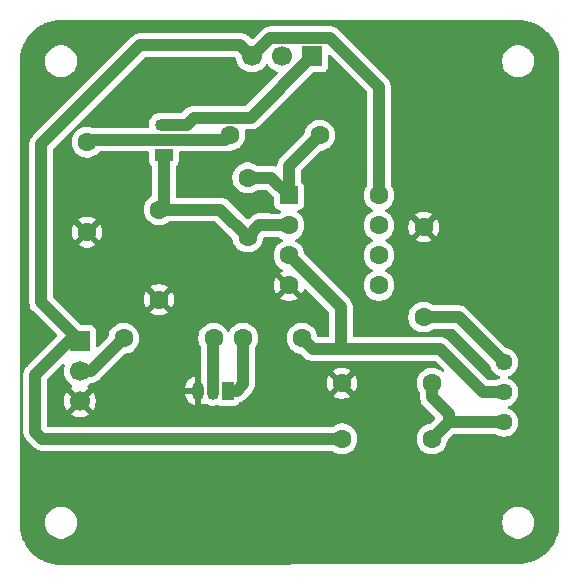
<source format=gbr>
%TF.GenerationSoftware,KiCad,Pcbnew,9.0.3*%
%TF.CreationDate,2025-09-29T14:03:58+08:00*%
%TF.ProjectId,RUSSELS LASER FINAL,52555353-454c-4532-904c-415345522046,rev?*%
%TF.SameCoordinates,Original*%
%TF.FileFunction,Copper,L1,Top*%
%TF.FilePolarity,Positive*%
%FSLAX46Y46*%
G04 Gerber Fmt 4.6, Leading zero omitted, Abs format (unit mm)*
G04 Created by KiCad (PCBNEW 9.0.3) date 2025-09-29 14:03:58*
%MOMM*%
%LPD*%
G01*
G04 APERTURE LIST*
G04 Aperture macros list*
%AMRoundRect*
0 Rectangle with rounded corners*
0 $1 Rounding radius*
0 $2 $3 $4 $5 $6 $7 $8 $9 X,Y pos of 4 corners*
0 Add a 4 corners polygon primitive as box body*
4,1,4,$2,$3,$4,$5,$6,$7,$8,$9,$2,$3,0*
0 Add four circle primitives for the rounded corners*
1,1,$1+$1,$2,$3*
1,1,$1+$1,$4,$5*
1,1,$1+$1,$6,$7*
1,1,$1+$1,$8,$9*
0 Add four rect primitives between the rounded corners*
20,1,$1+$1,$2,$3,$4,$5,0*
20,1,$1+$1,$4,$5,$6,$7,0*
20,1,$1+$1,$6,$7,$8,$9,0*
20,1,$1+$1,$8,$9,$2,$3,0*%
G04 Aperture macros list end*
%TA.AperFunction,ComponentPad*%
%ADD10R,1.700000X1.700000*%
%TD*%
%TA.AperFunction,ComponentPad*%
%ADD11C,1.700000*%
%TD*%
%TA.AperFunction,ComponentPad*%
%ADD12C,1.600000*%
%TD*%
%TA.AperFunction,ComponentPad*%
%ADD13R,1.050000X1.500000*%
%TD*%
%TA.AperFunction,ComponentPad*%
%ADD14O,1.050000X1.500000*%
%TD*%
%TA.AperFunction,ComponentPad*%
%ADD15C,1.440000*%
%TD*%
%TA.AperFunction,ComponentPad*%
%ADD16R,1.500000X1.050000*%
%TD*%
%TA.AperFunction,ComponentPad*%
%ADD17O,1.500000X1.050000*%
%TD*%
%TA.AperFunction,ComponentPad*%
%ADD18RoundRect,0.250000X-0.550000X-0.550000X0.550000X-0.550000X0.550000X0.550000X-0.550000X0.550000X0*%
%TD*%
%TA.AperFunction,ViaPad*%
%ADD19C,0.900000*%
%TD*%
%TA.AperFunction,Conductor*%
%ADD20C,1.000000*%
%TD*%
G04 APERTURE END LIST*
D10*
%TO.P,MB_CONN1,1,Pin_1*%
%TO.N,/5V_SUPPLY*%
X181600000Y-82320000D03*
D11*
%TO.P,MB_CONN1,2,Pin_2*%
%TO.N,/3.3V_SUPPLY*%
X181600000Y-84860000D03*
%TO.P,MB_CONN1,3,Pin_3*%
%TO.N,GND*%
X181600000Y-87400000D03*
%TD*%
D12*
%TO.P,R6,1*%
%TO.N,Net-(Q2-G)*%
X194280000Y-64900000D03*
%TO.P,R6,2*%
%TO.N,Net-(C2-Pad2)*%
X201900000Y-64900000D03*
%TD*%
D13*
%TO.P,Q1,1,C*%
%TO.N,Net-(Q1-C)*%
X194100000Y-86540000D03*
D14*
%TO.P,Q1,2,B*%
%TO.N,Net-(Q1-B)*%
X192830000Y-86540000D03*
%TO.P,Q1,3,E*%
%TO.N,GND*%
X191560000Y-86540000D03*
%TD*%
D15*
%TO.P,RV1,1,1*%
%TO.N,Net-(R1-Pad2)*%
X217500000Y-89200000D03*
%TO.P,RV1,2,2*%
%TO.N,/V_ref*%
X217500000Y-86660000D03*
%TO.P,RV1,3,3*%
%TO.N,Net-(R3-Pad1)*%
X217500000Y-84120000D03*
%TD*%
D12*
%TO.P,R4,1*%
%TO.N,/3.3V_SUPPLY*%
X185300000Y-82100000D03*
%TO.P,R4,2*%
%TO.N,Net-(Q1-B)*%
X192920000Y-82100000D03*
%TD*%
%TO.P,C1,1*%
%TO.N,/V_ref*%
X200400000Y-82100000D03*
%TO.P,C1,2*%
%TO.N,Net-(Q1-C)*%
X195400000Y-82100000D03*
%TD*%
D16*
%TO.P,Q2,1,S*%
%TO.N,Net-(Q2-S)*%
X188700000Y-66540000D03*
D17*
%TO.P,Q2,2,G*%
%TO.N,Net-(Q2-G)*%
X188700000Y-65270000D03*
%TO.P,Q2,3,D*%
%TO.N,Net-(LSR_CONN1-Pin_1)*%
X188700000Y-64000000D03*
%TD*%
D12*
%TO.P,R5,1*%
%TO.N,GND*%
X188300000Y-78810000D03*
%TO.P,R5,2*%
%TO.N,Net-(Q2-S)*%
X188300000Y-71190000D03*
%TD*%
%TO.P,R3,1*%
%TO.N,Net-(R3-Pad1)*%
X210700000Y-80300000D03*
%TO.P,R3,2*%
%TO.N,GND*%
X210700000Y-72680000D03*
%TD*%
D18*
%TO.P,U1,1*%
%TO.N,Net-(C2-Pad2)*%
X199300000Y-70000000D03*
D12*
%TO.P,U1,2,-*%
%TO.N,Net-(Q2-S)*%
X199300000Y-72540000D03*
%TO.P,U1,3,+*%
%TO.N,/V_ref*%
X199300000Y-75080000D03*
%TO.P,U1,4,V-*%
%TO.N,GND*%
X199300000Y-77620000D03*
%TO.P,U1,5,+*%
%TO.N,unconnected-(U1B-+-Pad5)*%
X206920000Y-77620000D03*
%TO.P,U1,6,-*%
%TO.N,unconnected-(U1B---Pad6)*%
X206920000Y-75080000D03*
%TO.P,U1,7*%
%TO.N,unconnected-(U1-Pad7)*%
X206920000Y-72540000D03*
%TO.P,U1,8,V+*%
%TO.N,/5V_SUPPLY*%
X206920000Y-70000000D03*
%TD*%
%TO.P,R1,1*%
%TO.N,/5V_SUPPLY*%
X203790000Y-90600000D03*
%TO.P,R1,2*%
%TO.N,Net-(R1-Pad2)*%
X211410000Y-90600000D03*
%TD*%
%TO.P,R2,1*%
%TO.N,Net-(R1-Pad2)*%
X211400000Y-85900000D03*
%TO.P,R2,2*%
%TO.N,GND*%
X203780000Y-85900000D03*
%TD*%
%TO.P,R7,1*%
%TO.N,Net-(Q2-G)*%
X182200000Y-65490000D03*
%TO.P,R7,2*%
%TO.N,GND*%
X182200000Y-73110000D03*
%TD*%
%TO.P,C2,1*%
%TO.N,Net-(Q2-S)*%
X195800000Y-73500000D03*
%TO.P,C2,2*%
%TO.N,Net-(C2-Pad2)*%
X195800000Y-68500000D03*
%TD*%
D10*
%TO.P,LSR_CONN,1,Pin_1*%
%TO.N,Net-(LSR_CONN1-Pin_1)*%
X201240000Y-58228427D03*
D11*
%TO.P,LSR_CONN,2,Pin_2*%
%TO.N,unconnected-(LSR_CONN1-Pin_2-Pad2)*%
X198700000Y-58228427D03*
%TO.P,LSR_CONN,3,Pin_3*%
%TO.N,/5V_SUPPLY*%
X196160000Y-58228427D03*
%TD*%
D19*
%TO.N,GND*%
X190800000Y-97075000D03*
X208625000Y-59075000D03*
X185091667Y-97075000D03*
X199725000Y-94450000D03*
X194016667Y-94450000D03*
X204575000Y-75025000D03*
X211500000Y-59075000D03*
X219825000Y-63566666D03*
X180750000Y-77525000D03*
X204325000Y-70775000D03*
X197725000Y-89150000D03*
X192525000Y-75575000D03*
X200600000Y-89150000D03*
X185275000Y-70925000D03*
X213633334Y-97075000D03*
X195400000Y-78925000D03*
X188425000Y-59225000D03*
X188400000Y-88150000D03*
X196508334Y-97075000D03*
X208200000Y-80600000D03*
X188325000Y-61425000D03*
X201700000Y-75025000D03*
X201450000Y-70775000D03*
X185525000Y-88150000D03*
X191300000Y-59225000D03*
X185525000Y-85775000D03*
X211141667Y-94450000D03*
X183625000Y-77525000D03*
X205433333Y-94450000D03*
X216650000Y-80500000D03*
X182600000Y-94450000D03*
X180800000Y-75525000D03*
X200600000Y-86050000D03*
X219825000Y-74983333D03*
X207925000Y-97075000D03*
X197725000Y-86050000D03*
X209100000Y-88250000D03*
X216850000Y-94450000D03*
X188400000Y-85775000D03*
X206225000Y-88250000D03*
X205325000Y-80600000D03*
X204300000Y-61925000D03*
X215475000Y-74800000D03*
X201425000Y-61925000D03*
X202216667Y-97075000D03*
X183675000Y-75525000D03*
X191200000Y-61425000D03*
X188308333Y-94450000D03*
X219825000Y-80691666D03*
X195400000Y-75575000D03*
X192525000Y-78925000D03*
X185275000Y-68050000D03*
X219825000Y-69275000D03*
%TD*%
D20*
%TO.N,/V_ref*%
X203700000Y-83001000D02*
X203700000Y-79480000D01*
X201301000Y-83001000D02*
X200400000Y-82100000D01*
X215760000Y-86660000D02*
X217500000Y-86660000D01*
X212101000Y-83001000D02*
X203700000Y-83001000D01*
X215760000Y-86660000D02*
X212101000Y-83001000D01*
X203700000Y-83001000D02*
X201301000Y-83001000D01*
X203700000Y-79480000D02*
X199300000Y-75080000D01*
%TO.N,Net-(Q1-C)*%
X195400000Y-86000000D02*
X195400000Y-82100000D01*
X194100000Y-86540000D02*
X194860000Y-86540000D01*
X194860000Y-86540000D02*
X195400000Y-86000000D01*
%TO.N,Net-(Q2-S)*%
X193490000Y-71190000D02*
X195800000Y-73500000D01*
X195800000Y-73500000D02*
X196800000Y-72500000D01*
X188700000Y-70790000D02*
X188300000Y-71190000D01*
X196800000Y-72500000D02*
X197500000Y-72500000D01*
X197540000Y-72540000D02*
X199300000Y-72540000D01*
X188700000Y-66540000D02*
X188700000Y-70790000D01*
X197500000Y-72500000D02*
X197540000Y-72540000D01*
X188300000Y-71190000D02*
X193490000Y-71190000D01*
%TO.N,Net-(C2-Pad2)*%
X199300000Y-70000000D02*
X199300000Y-67500000D01*
X199300000Y-67500000D02*
X201900000Y-64900000D01*
X195800000Y-68500000D02*
X197800000Y-68500000D01*
X197800000Y-68500000D02*
X199300000Y-70000000D01*
%TO.N,Net-(LSR_CONN1-Pin_1)*%
X196069427Y-63399000D02*
X201240000Y-58228427D01*
X188700000Y-64000000D02*
X190660000Y-64000000D01*
X190660000Y-64000000D02*
X191261000Y-63399000D01*
X191261000Y-63399000D02*
X196069427Y-63399000D01*
%TO.N,/5V_SUPPLY*%
X202791000Y-56677427D02*
X197711000Y-56677427D01*
X206920000Y-60806427D02*
X202791000Y-56677427D01*
X178400000Y-90600000D02*
X177800000Y-90000000D01*
X180680000Y-82320000D02*
X181600000Y-82320000D01*
X186701000Y-57249000D02*
X195180573Y-57249000D01*
X178300000Y-65650000D02*
X186701000Y-57249000D01*
X177800000Y-85200000D02*
X180680000Y-82320000D01*
X177800000Y-90000000D02*
X177800000Y-85200000D01*
X203790000Y-90600000D02*
X178400000Y-90600000D01*
X195180573Y-57249000D02*
X196160000Y-58228427D01*
X197711000Y-56677427D02*
X196160000Y-58228427D01*
X181600000Y-82320000D02*
X178300000Y-79020000D01*
X206920000Y-70000000D02*
X206920000Y-60806427D01*
X178300000Y-79020000D02*
X178300000Y-65650000D01*
%TO.N,/3.3V_SUPPLY*%
X181600000Y-84860000D02*
X182540000Y-84860000D01*
X182540000Y-84860000D02*
X185300000Y-82100000D01*
%TO.N,Net-(Q1-B)*%
X192920000Y-82100000D02*
X192830000Y-82190000D01*
X192830000Y-82190000D02*
X192830000Y-86540000D01*
%TO.N,Net-(Q2-G)*%
X182420000Y-65270000D02*
X182200000Y-65490000D01*
X193910000Y-65270000D02*
X188700000Y-65270000D01*
X188700000Y-65270000D02*
X182420000Y-65270000D01*
X194280000Y-64900000D02*
X193910000Y-65270000D01*
%TO.N,Net-(R1-Pad2)*%
X212810000Y-88510000D02*
X211400000Y-87100000D01*
X217500000Y-89200000D02*
X212810000Y-89200000D01*
X211400000Y-87100000D02*
X211400000Y-85900000D01*
X212810000Y-89200000D02*
X211410000Y-90600000D01*
X212810000Y-89200000D02*
X212810000Y-88510000D01*
%TO.N,Net-(R3-Pad1)*%
X217500000Y-84120000D02*
X213680000Y-80300000D01*
X213680000Y-80300000D02*
X210700000Y-80300000D01*
%TD*%
%TA.AperFunction,Conductor*%
%TO.N,GND*%
G36*
X218703030Y-55125648D02*
G01*
X219036929Y-55142052D01*
X219049037Y-55143245D01*
X219152146Y-55158539D01*
X219376699Y-55191849D01*
X219388617Y-55194219D01*
X219709951Y-55274709D01*
X219721588Y-55278240D01*
X219731099Y-55281643D01*
X220033467Y-55389832D01*
X220044688Y-55394479D01*
X220344163Y-55536120D01*
X220354871Y-55541844D01*
X220638988Y-55712137D01*
X220649103Y-55718895D01*
X220915170Y-55916224D01*
X220924576Y-55923944D01*
X221170013Y-56146395D01*
X221178604Y-56154986D01*
X221365755Y-56361475D01*
X221401055Y-56400423D01*
X221408775Y-56409829D01*
X221606102Y-56675893D01*
X221612862Y-56686011D01*
X221741776Y-56901092D01*
X221783148Y-56970116D01*
X221788885Y-56980848D01*
X221930514Y-57280297D01*
X221935170Y-57291540D01*
X222046759Y-57603411D01*
X222050292Y-57615055D01*
X222130777Y-57936369D01*
X222133151Y-57948305D01*
X222181754Y-58275962D01*
X222182947Y-58288071D01*
X222199351Y-58621966D01*
X222199500Y-58628051D01*
X222199500Y-97696948D01*
X222199351Y-97703033D01*
X222182947Y-98036928D01*
X222181754Y-98049037D01*
X222133151Y-98376694D01*
X222130777Y-98388630D01*
X222050292Y-98709944D01*
X222046759Y-98721588D01*
X221935170Y-99033459D01*
X221930514Y-99044702D01*
X221788885Y-99344151D01*
X221783148Y-99354883D01*
X221612862Y-99638988D01*
X221606102Y-99649106D01*
X221408775Y-99915170D01*
X221401055Y-99924576D01*
X221178611Y-100170006D01*
X221170006Y-100178611D01*
X220924576Y-100401055D01*
X220915170Y-100408775D01*
X220649106Y-100606102D01*
X220638988Y-100612862D01*
X220354883Y-100783148D01*
X220344151Y-100788885D01*
X220044702Y-100930514D01*
X220033459Y-100935170D01*
X219721588Y-101046759D01*
X219709944Y-101050292D01*
X219388630Y-101130777D01*
X219376695Y-101133151D01*
X219049039Y-101181754D01*
X219036928Y-101182947D01*
X218703016Y-101199351D01*
X218697259Y-101199500D01*
X218634108Y-101199500D01*
X218633476Y-101199668D01*
X218624888Y-101199691D01*
X218624886Y-101199690D01*
X218624881Y-101199691D01*
X180003170Y-101299489D01*
X179996766Y-101299340D01*
X179663072Y-101282947D01*
X179650962Y-101281754D01*
X179323305Y-101233151D01*
X179311369Y-101230777D01*
X178990055Y-101150292D01*
X178978411Y-101146759D01*
X178666540Y-101035170D01*
X178655301Y-101030515D01*
X178355844Y-100888883D01*
X178345121Y-100883150D01*
X178142498Y-100761703D01*
X178061011Y-100712862D01*
X178050893Y-100706102D01*
X177784829Y-100508775D01*
X177775423Y-100501055D01*
X177710642Y-100442341D01*
X177529986Y-100278604D01*
X177521395Y-100270013D01*
X177298944Y-100024576D01*
X177291224Y-100015170D01*
X177093897Y-99749106D01*
X177087137Y-99738988D01*
X177030334Y-99644218D01*
X176916844Y-99454871D01*
X176911120Y-99444163D01*
X176769479Y-99144688D01*
X176764829Y-99133459D01*
X176733071Y-99044702D01*
X176653240Y-98821588D01*
X176649707Y-98809944D01*
X176640958Y-98775015D01*
X176569219Y-98488617D01*
X176566848Y-98476694D01*
X176518245Y-98149037D01*
X176517052Y-98136927D01*
X176500649Y-97803032D01*
X176500500Y-97796948D01*
X176500500Y-97593713D01*
X178649500Y-97593713D01*
X178649500Y-97806287D01*
X178682754Y-98016243D01*
X178693409Y-98049037D01*
X178748444Y-98218414D01*
X178844951Y-98407820D01*
X178969890Y-98579786D01*
X179120213Y-98730109D01*
X179292179Y-98855048D01*
X179292181Y-98855049D01*
X179292184Y-98855051D01*
X179481588Y-98951557D01*
X179683757Y-99017246D01*
X179893713Y-99050500D01*
X179893714Y-99050500D01*
X180106286Y-99050500D01*
X180106287Y-99050500D01*
X180316243Y-99017246D01*
X180518412Y-98951557D01*
X180707816Y-98855051D01*
X180817977Y-98775015D01*
X180879786Y-98730109D01*
X180879788Y-98730106D01*
X180879792Y-98730104D01*
X181030104Y-98579792D01*
X181030106Y-98579788D01*
X181030109Y-98579786D01*
X181155048Y-98407820D01*
X181155047Y-98407820D01*
X181155051Y-98407816D01*
X181251557Y-98218412D01*
X181317246Y-98016243D01*
X181350500Y-97806287D01*
X181350500Y-97593713D01*
X217349500Y-97593713D01*
X217349500Y-97806287D01*
X217382754Y-98016243D01*
X217393409Y-98049037D01*
X217448444Y-98218414D01*
X217544951Y-98407820D01*
X217669890Y-98579786D01*
X217820213Y-98730109D01*
X217992179Y-98855048D01*
X217992181Y-98855049D01*
X217992184Y-98855051D01*
X218181588Y-98951557D01*
X218383757Y-99017246D01*
X218593713Y-99050500D01*
X218593714Y-99050500D01*
X218806286Y-99050500D01*
X218806287Y-99050500D01*
X219016243Y-99017246D01*
X219218412Y-98951557D01*
X219407816Y-98855051D01*
X219517977Y-98775015D01*
X219579786Y-98730109D01*
X219579788Y-98730106D01*
X219579792Y-98730104D01*
X219730104Y-98579792D01*
X219730106Y-98579788D01*
X219730109Y-98579786D01*
X219855048Y-98407820D01*
X219855047Y-98407820D01*
X219855051Y-98407816D01*
X219951557Y-98218412D01*
X220017246Y-98016243D01*
X220050500Y-97806287D01*
X220050500Y-97593713D01*
X220017246Y-97383757D01*
X219951557Y-97181588D01*
X219855051Y-96992184D01*
X219855049Y-96992181D01*
X219855048Y-96992179D01*
X219730109Y-96820213D01*
X219579786Y-96669890D01*
X219407820Y-96544951D01*
X219218414Y-96448444D01*
X219218413Y-96448443D01*
X219218412Y-96448443D01*
X219016243Y-96382754D01*
X219016241Y-96382753D01*
X219016240Y-96382753D01*
X218854957Y-96357208D01*
X218806287Y-96349500D01*
X218593713Y-96349500D01*
X218545042Y-96357208D01*
X218383760Y-96382753D01*
X218181585Y-96448444D01*
X217992179Y-96544951D01*
X217820213Y-96669890D01*
X217669890Y-96820213D01*
X217544951Y-96992179D01*
X217448444Y-97181585D01*
X217382753Y-97383760D01*
X217349500Y-97593713D01*
X181350500Y-97593713D01*
X181317246Y-97383757D01*
X181251557Y-97181588D01*
X181155051Y-96992184D01*
X181155049Y-96992181D01*
X181155048Y-96992179D01*
X181030109Y-96820213D01*
X180879786Y-96669890D01*
X180707820Y-96544951D01*
X180518414Y-96448444D01*
X180518413Y-96448443D01*
X180518412Y-96448443D01*
X180316243Y-96382754D01*
X180316241Y-96382753D01*
X180316240Y-96382753D01*
X180154957Y-96357208D01*
X180106287Y-96349500D01*
X179893713Y-96349500D01*
X179845042Y-96357208D01*
X179683760Y-96382753D01*
X179481585Y-96448444D01*
X179292179Y-96544951D01*
X179120213Y-96669890D01*
X178969890Y-96820213D01*
X178844951Y-96992179D01*
X178748444Y-97181585D01*
X178682753Y-97383760D01*
X178649500Y-97593713D01*
X176500500Y-97593713D01*
X176500500Y-85101456D01*
X176799500Y-85101456D01*
X176799500Y-90098544D01*
X176837947Y-90291828D01*
X176837949Y-90291836D01*
X176856795Y-90337334D01*
X176856795Y-90337335D01*
X176913364Y-90473907D01*
X176913371Y-90473920D01*
X177022860Y-90637781D01*
X177022863Y-90637785D01*
X177166537Y-90781459D01*
X177166559Y-90781479D01*
X177619735Y-91234655D01*
X177619764Y-91234686D01*
X177762214Y-91377136D01*
X177762218Y-91377139D01*
X177926079Y-91486628D01*
X177926092Y-91486635D01*
X178054833Y-91539961D01*
X178097744Y-91557735D01*
X178108164Y-91562051D01*
X178204812Y-91581275D01*
X178253135Y-91590887D01*
X178301458Y-91600500D01*
X178301459Y-91600500D01*
X178301460Y-91600500D01*
X178498540Y-91600500D01*
X202914238Y-91600500D01*
X202981277Y-91620185D01*
X202987119Y-91624179D01*
X203108390Y-91712287D01*
X203224607Y-91771503D01*
X203290776Y-91805218D01*
X203290778Y-91805218D01*
X203290781Y-91805220D01*
X203395137Y-91839127D01*
X203485465Y-91868477D01*
X203586557Y-91884488D01*
X203687648Y-91900500D01*
X203687649Y-91900500D01*
X203892351Y-91900500D01*
X203892352Y-91900500D01*
X204094534Y-91868477D01*
X204289219Y-91805220D01*
X204471610Y-91712287D01*
X204598379Y-91620185D01*
X204637213Y-91591971D01*
X204637215Y-91591968D01*
X204637219Y-91591966D01*
X204781966Y-91447219D01*
X204781968Y-91447215D01*
X204781971Y-91447213D01*
X204834732Y-91374590D01*
X204902287Y-91281610D01*
X204995220Y-91099219D01*
X205058477Y-90904534D01*
X205090500Y-90702352D01*
X205090500Y-90497648D01*
X205058477Y-90295466D01*
X205041710Y-90243864D01*
X204995218Y-90100776D01*
X204961503Y-90034607D01*
X204902287Y-89918390D01*
X204889987Y-89901460D01*
X204781971Y-89752786D01*
X204637213Y-89608028D01*
X204471613Y-89487715D01*
X204471612Y-89487714D01*
X204471610Y-89487713D01*
X204414653Y-89458691D01*
X204289223Y-89394781D01*
X204094534Y-89331522D01*
X203906690Y-89301771D01*
X203892352Y-89299500D01*
X203687648Y-89299500D01*
X203673310Y-89301771D01*
X203485465Y-89331522D01*
X203290776Y-89394781D01*
X203108386Y-89487715D01*
X202987123Y-89575818D01*
X202921317Y-89599298D01*
X202914238Y-89599500D01*
X178924500Y-89599500D01*
X178857461Y-89579815D01*
X178811706Y-89527011D01*
X178800500Y-89475500D01*
X178800500Y-85665781D01*
X178820185Y-85598742D01*
X178836814Y-85578105D01*
X180115639Y-84299279D01*
X180176960Y-84265796D01*
X180246652Y-84270780D01*
X180302585Y-84312652D01*
X180327002Y-84378116D01*
X180321249Y-84425279D01*
X180282754Y-84543755D01*
X180282753Y-84543759D01*
X180249500Y-84753713D01*
X180249500Y-84966286D01*
X180282410Y-85174076D01*
X180282754Y-85176243D01*
X180347615Y-85375865D01*
X180348444Y-85378414D01*
X180444951Y-85567820D01*
X180569890Y-85739786D01*
X180720213Y-85890109D01*
X180892179Y-86015048D01*
X180892181Y-86015049D01*
X180892184Y-86015051D01*
X180901493Y-86019794D01*
X180952290Y-86067766D01*
X180969087Y-86135587D01*
X180946552Y-86201722D01*
X180901505Y-86240760D01*
X180892446Y-86245376D01*
X180892440Y-86245380D01*
X180838282Y-86284727D01*
X180838282Y-86284728D01*
X181470591Y-86917037D01*
X181407007Y-86934075D01*
X181292993Y-86999901D01*
X181199901Y-87092993D01*
X181134075Y-87207007D01*
X181117037Y-87270591D01*
X180484728Y-86638282D01*
X180484727Y-86638282D01*
X180445380Y-86692439D01*
X180348904Y-86881782D01*
X180283242Y-87083869D01*
X180283242Y-87083872D01*
X180250000Y-87293753D01*
X180250000Y-87506246D01*
X180283242Y-87716127D01*
X180283242Y-87716130D01*
X180348904Y-87918217D01*
X180445375Y-88107550D01*
X180484728Y-88161716D01*
X181117037Y-87529408D01*
X181134075Y-87592993D01*
X181199901Y-87707007D01*
X181292993Y-87800099D01*
X181407007Y-87865925D01*
X181470590Y-87882962D01*
X180838282Y-88515269D01*
X180838282Y-88515270D01*
X180892449Y-88554624D01*
X181081782Y-88651095D01*
X181283870Y-88716757D01*
X181493754Y-88750000D01*
X181706246Y-88750000D01*
X181916127Y-88716757D01*
X181916130Y-88716757D01*
X182118217Y-88651095D01*
X182307554Y-88554622D01*
X182361716Y-88515270D01*
X182361717Y-88515270D01*
X181729408Y-87882962D01*
X181792993Y-87865925D01*
X181907007Y-87800099D01*
X182000099Y-87707007D01*
X182065925Y-87592993D01*
X182082962Y-87529408D01*
X182715270Y-88161717D01*
X182715270Y-88161716D01*
X182754622Y-88107554D01*
X182851095Y-87918217D01*
X182916757Y-87716130D01*
X182916757Y-87716127D01*
X182950000Y-87506246D01*
X182950000Y-87293753D01*
X182916757Y-87083872D01*
X182916757Y-87083869D01*
X182851095Y-86881782D01*
X182806843Y-86794933D01*
X182754624Y-86692449D01*
X182715270Y-86638282D01*
X182715269Y-86638282D01*
X182082962Y-87270590D01*
X182065925Y-87207007D01*
X182000099Y-87092993D01*
X181907007Y-86999901D01*
X181792993Y-86934075D01*
X181729409Y-86917037D01*
X182361036Y-86285408D01*
X182284222Y-86232236D01*
X182269517Y-86214041D01*
X190535000Y-86214041D01*
X190535000Y-86290000D01*
X191279670Y-86290000D01*
X191259925Y-86309745D01*
X191210556Y-86395255D01*
X191185000Y-86490630D01*
X191185000Y-86589370D01*
X191210556Y-86684745D01*
X191259925Y-86770255D01*
X191279670Y-86790000D01*
X190535000Y-86790000D01*
X190535000Y-86865958D01*
X190574387Y-87063974D01*
X190574390Y-87063983D01*
X190651652Y-87250513D01*
X190651659Y-87250526D01*
X190763829Y-87418399D01*
X190763832Y-87418403D01*
X190906596Y-87561167D01*
X190906600Y-87561170D01*
X191074473Y-87673340D01*
X191074486Y-87673347D01*
X191261016Y-87750609D01*
X191261025Y-87750612D01*
X191310000Y-87760353D01*
X191310000Y-86820330D01*
X191329745Y-86840075D01*
X191415255Y-86889444D01*
X191510630Y-86915000D01*
X191609370Y-86915000D01*
X191704745Y-86889444D01*
X191790255Y-86840075D01*
X191804500Y-86825830D01*
X191804500Y-86866002D01*
X191807617Y-86881671D01*
X191810000Y-86905865D01*
X191810000Y-87760352D01*
X191858974Y-87750612D01*
X191858983Y-87750609D01*
X192045515Y-87673346D01*
X192045518Y-87673344D01*
X192125658Y-87619796D01*
X192192335Y-87598917D01*
X192259716Y-87617401D01*
X192263422Y-87619783D01*
X192344244Y-87673786D01*
X192530873Y-87751091D01*
X192696777Y-87784091D01*
X192728992Y-87790499D01*
X192728996Y-87790500D01*
X192728997Y-87790500D01*
X192931004Y-87790500D01*
X192931005Y-87790499D01*
X193129127Y-87751091D01*
X193130284Y-87750612D01*
X193173144Y-87732858D01*
X193209798Y-87717674D01*
X193279267Y-87710205D01*
X193324658Y-87729962D01*
X193324886Y-87729546D01*
X193329540Y-87732087D01*
X193331562Y-87732967D01*
X193332669Y-87733796D01*
X193332670Y-87733796D01*
X193332671Y-87733797D01*
X193467517Y-87784091D01*
X193467516Y-87784091D01*
X193474444Y-87784835D01*
X193527127Y-87790500D01*
X194672872Y-87790499D01*
X194732483Y-87784091D01*
X194867331Y-87733796D01*
X194982546Y-87647546D01*
X195052428Y-87554195D01*
X195068258Y-87542345D01*
X195080612Y-87526904D01*
X195099860Y-87518688D01*
X195108359Y-87512327D01*
X195112117Y-87510994D01*
X195119678Y-87508447D01*
X195151836Y-87502051D01*
X195205165Y-87479961D01*
X195333914Y-87426632D01*
X195497782Y-87317139D01*
X195637139Y-87177782D01*
X195637140Y-87177779D01*
X196177139Y-86637782D01*
X196286631Y-86473915D01*
X196286632Y-86473914D01*
X196362051Y-86291835D01*
X196379417Y-86204534D01*
X196400500Y-86098541D01*
X196400500Y-85901460D01*
X196400500Y-85797682D01*
X202480000Y-85797682D01*
X202480000Y-86002317D01*
X202512009Y-86204417D01*
X202575244Y-86399031D01*
X202668141Y-86581350D01*
X202668147Y-86581359D01*
X202700523Y-86625921D01*
X202700524Y-86625922D01*
X203380000Y-85946446D01*
X203380000Y-85952661D01*
X203407259Y-86054394D01*
X203459920Y-86145606D01*
X203534394Y-86220080D01*
X203625606Y-86272741D01*
X203727339Y-86300000D01*
X203733553Y-86300000D01*
X203054076Y-86979474D01*
X203098650Y-87011859D01*
X203280968Y-87104755D01*
X203475582Y-87167990D01*
X203677683Y-87200000D01*
X203882317Y-87200000D01*
X204084417Y-87167990D01*
X204279031Y-87104755D01*
X204461349Y-87011859D01*
X204505921Y-86979474D01*
X203826447Y-86300000D01*
X203832661Y-86300000D01*
X203934394Y-86272741D01*
X204025606Y-86220080D01*
X204100080Y-86145606D01*
X204152741Y-86054394D01*
X204180000Y-85952661D01*
X204180000Y-85946447D01*
X204859474Y-86625921D01*
X204891859Y-86581349D01*
X204984755Y-86399031D01*
X205047990Y-86204417D01*
X205080000Y-86002317D01*
X205080000Y-85797682D01*
X205047990Y-85595582D01*
X204984755Y-85400968D01*
X204891859Y-85218650D01*
X204859474Y-85174077D01*
X204859474Y-85174076D01*
X204180000Y-85853551D01*
X204180000Y-85847339D01*
X204152741Y-85745606D01*
X204100080Y-85654394D01*
X204025606Y-85579920D01*
X203934394Y-85527259D01*
X203832661Y-85500000D01*
X203826446Y-85500000D01*
X204505922Y-84820524D01*
X204505921Y-84820523D01*
X204461359Y-84788147D01*
X204461350Y-84788141D01*
X204279031Y-84695244D01*
X204084417Y-84632009D01*
X203882317Y-84600000D01*
X203677683Y-84600000D01*
X203475582Y-84632009D01*
X203280968Y-84695244D01*
X203098644Y-84788143D01*
X203054077Y-84820523D01*
X203054077Y-84820524D01*
X203733554Y-85500000D01*
X203727339Y-85500000D01*
X203625606Y-85527259D01*
X203534394Y-85579920D01*
X203459920Y-85654394D01*
X203407259Y-85745606D01*
X203380000Y-85847339D01*
X203380000Y-85853553D01*
X202700524Y-85174077D01*
X202700523Y-85174077D01*
X202668143Y-85218644D01*
X202575244Y-85400968D01*
X202512009Y-85595582D01*
X202480000Y-85797682D01*
X196400500Y-85797682D01*
X196400500Y-82975761D01*
X196420185Y-82908722D01*
X196424165Y-82902899D01*
X196512287Y-82781610D01*
X196605220Y-82599219D01*
X196668477Y-82404534D01*
X196700500Y-82202352D01*
X196700500Y-81997648D01*
X196678698Y-81860000D01*
X196668477Y-81795465D01*
X196605218Y-81600776D01*
X196552470Y-81497254D01*
X196512287Y-81418390D01*
X196504556Y-81407749D01*
X196391971Y-81252786D01*
X196247213Y-81108028D01*
X196081613Y-80987715D01*
X196081612Y-80987714D01*
X196081610Y-80987713D01*
X196007231Y-80949815D01*
X195899223Y-80894781D01*
X195704534Y-80831522D01*
X195529995Y-80803878D01*
X195502352Y-80799500D01*
X195297648Y-80799500D01*
X195273329Y-80803351D01*
X195095465Y-80831522D01*
X194900776Y-80894781D01*
X194718386Y-80987715D01*
X194552786Y-81108028D01*
X194408028Y-81252786D01*
X194287713Y-81418388D01*
X194270484Y-81452202D01*
X194222509Y-81502998D01*
X194154688Y-81519792D01*
X194088553Y-81497254D01*
X194049516Y-81452202D01*
X194032286Y-81418388D01*
X193911971Y-81252786D01*
X193767213Y-81108028D01*
X193601613Y-80987715D01*
X193601612Y-80987714D01*
X193601610Y-80987713D01*
X193527231Y-80949815D01*
X193419223Y-80894781D01*
X193224534Y-80831522D01*
X193049995Y-80803878D01*
X193022352Y-80799500D01*
X192817648Y-80799500D01*
X192793329Y-80803351D01*
X192615465Y-80831522D01*
X192420776Y-80894781D01*
X192238386Y-80987715D01*
X192072786Y-81108028D01*
X191928028Y-81252786D01*
X191807715Y-81418386D01*
X191714781Y-81600776D01*
X191651522Y-81795465D01*
X191619500Y-81997648D01*
X191619500Y-82202351D01*
X191651522Y-82404534D01*
X191714781Y-82599223D01*
X191807717Y-82781618D01*
X191810259Y-82785766D01*
X191808589Y-82786788D01*
X191829296Y-82844776D01*
X191829500Y-82851887D01*
X191829500Y-85244994D01*
X191810000Y-85311402D01*
X191810000Y-86174134D01*
X191807617Y-86198326D01*
X191804500Y-86213995D01*
X191804500Y-86254170D01*
X191790255Y-86239925D01*
X191704745Y-86190556D01*
X191609370Y-86165000D01*
X191510630Y-86165000D01*
X191415255Y-86190556D01*
X191329745Y-86239925D01*
X191310000Y-86259670D01*
X191310000Y-85319646D01*
X191309999Y-85319645D01*
X191261022Y-85329388D01*
X191261015Y-85329390D01*
X191074486Y-85406652D01*
X191074473Y-85406659D01*
X190906600Y-85518829D01*
X190906596Y-85518832D01*
X190763832Y-85661596D01*
X190763829Y-85661600D01*
X190651659Y-85829473D01*
X190651652Y-85829486D01*
X190574390Y-86016016D01*
X190574387Y-86016025D01*
X190535000Y-86214041D01*
X182269517Y-86214041D01*
X182267288Y-86211283D01*
X182247706Y-86192788D01*
X182245658Y-86184520D01*
X182240304Y-86177895D01*
X182237386Y-86151111D01*
X182230912Y-86124966D01*
X182233659Y-86116904D01*
X182232737Y-86108436D01*
X182244760Y-86084331D01*
X182253451Y-86058832D01*
X182260546Y-86052684D01*
X182263924Y-86045913D01*
X182278103Y-86037472D01*
X182298508Y-86019793D01*
X182307816Y-86015051D01*
X182393689Y-85952661D01*
X182483734Y-85887241D01*
X182484364Y-85888108D01*
X182543419Y-85861641D01*
X182560200Y-85860500D01*
X182638543Y-85860500D01*
X182682383Y-85851779D01*
X182795674Y-85829244D01*
X182831836Y-85822051D01*
X182885165Y-85799961D01*
X183013914Y-85746632D01*
X183177782Y-85637139D01*
X183317139Y-85497782D01*
X183317139Y-85497780D01*
X183327347Y-85487573D01*
X183327348Y-85487570D01*
X185388204Y-83426715D01*
X185449525Y-83393232D01*
X185456475Y-83391926D01*
X185604534Y-83368477D01*
X185799219Y-83305220D01*
X185981610Y-83212287D01*
X186074590Y-83144732D01*
X186147213Y-83091971D01*
X186147215Y-83091968D01*
X186147219Y-83091966D01*
X186291966Y-82947219D01*
X186291968Y-82947215D01*
X186291971Y-82947213D01*
X186361583Y-82851399D01*
X186412287Y-82781610D01*
X186505220Y-82599219D01*
X186568477Y-82404534D01*
X186600500Y-82202352D01*
X186600500Y-81997648D01*
X186578698Y-81860000D01*
X186568477Y-81795465D01*
X186505218Y-81600776D01*
X186452470Y-81497254D01*
X186412287Y-81418390D01*
X186404556Y-81407749D01*
X186291971Y-81252786D01*
X186147213Y-81108028D01*
X185981613Y-80987715D01*
X185981612Y-80987714D01*
X185981610Y-80987713D01*
X185907231Y-80949815D01*
X185799223Y-80894781D01*
X185604534Y-80831522D01*
X185429995Y-80803878D01*
X185402352Y-80799500D01*
X185197648Y-80799500D01*
X185173329Y-80803351D01*
X184995465Y-80831522D01*
X184800776Y-80894781D01*
X184618386Y-80987715D01*
X184452786Y-81108028D01*
X184308028Y-81252786D01*
X184187715Y-81418386D01*
X184094781Y-81600778D01*
X184031522Y-81795468D01*
X184008073Y-81943514D01*
X183978143Y-82006649D01*
X183973281Y-82011796D01*
X183162180Y-82822898D01*
X183100857Y-82856383D01*
X183031166Y-82851399D01*
X182975232Y-82809527D01*
X182950815Y-82744063D01*
X182950499Y-82735217D01*
X182950499Y-81422129D01*
X182950498Y-81422123D01*
X182950096Y-81418386D01*
X182944091Y-81362517D01*
X182934506Y-81336819D01*
X182893797Y-81227671D01*
X182893793Y-81227664D01*
X182807547Y-81112455D01*
X182807544Y-81112452D01*
X182692335Y-81026206D01*
X182692328Y-81026202D01*
X182557482Y-80975908D01*
X182557483Y-80975908D01*
X182497883Y-80969501D01*
X182497881Y-80969500D01*
X182497873Y-80969500D01*
X182497865Y-80969500D01*
X181715783Y-80969500D01*
X181648744Y-80949815D01*
X181628102Y-80933181D01*
X179402603Y-78707682D01*
X187000000Y-78707682D01*
X187000000Y-78912317D01*
X187032009Y-79114417D01*
X187095244Y-79309031D01*
X187188141Y-79491350D01*
X187188147Y-79491359D01*
X187220523Y-79535921D01*
X187220524Y-79535922D01*
X187900000Y-78856446D01*
X187900000Y-78862661D01*
X187927259Y-78964394D01*
X187979920Y-79055606D01*
X188054394Y-79130080D01*
X188145606Y-79182741D01*
X188247339Y-79210000D01*
X188253553Y-79210000D01*
X187574076Y-79889474D01*
X187618650Y-79921859D01*
X187800968Y-80014755D01*
X187995582Y-80077990D01*
X188197683Y-80110000D01*
X188402317Y-80110000D01*
X188604417Y-80077990D01*
X188799031Y-80014755D01*
X188981349Y-79921859D01*
X189025921Y-79889474D01*
X188346447Y-79210000D01*
X188352661Y-79210000D01*
X188454394Y-79182741D01*
X188545606Y-79130080D01*
X188620080Y-79055606D01*
X188672741Y-78964394D01*
X188700000Y-78862661D01*
X188700000Y-78856448D01*
X189379474Y-79535922D01*
X189379474Y-79535921D01*
X189411859Y-79491349D01*
X189504755Y-79309031D01*
X189567990Y-79114417D01*
X189600000Y-78912317D01*
X189600000Y-78707682D01*
X189594287Y-78671613D01*
X189567990Y-78505582D01*
X189504755Y-78310968D01*
X189411859Y-78128650D01*
X189379474Y-78084077D01*
X189379474Y-78084076D01*
X188700000Y-78763551D01*
X188700000Y-78757339D01*
X188672741Y-78655606D01*
X188620080Y-78564394D01*
X188545606Y-78489920D01*
X188454394Y-78437259D01*
X188352661Y-78410000D01*
X188346446Y-78410000D01*
X189025922Y-77730524D01*
X189025921Y-77730523D01*
X188981359Y-77698147D01*
X188981350Y-77698141D01*
X188834468Y-77623301D01*
X188799031Y-77605244D01*
X188604417Y-77542009D01*
X188402317Y-77510000D01*
X188197683Y-77510000D01*
X187995582Y-77542009D01*
X187800968Y-77605244D01*
X187618644Y-77698143D01*
X187574077Y-77730523D01*
X187574077Y-77730524D01*
X188253554Y-78410000D01*
X188247339Y-78410000D01*
X188145606Y-78437259D01*
X188054394Y-78489920D01*
X187979920Y-78564394D01*
X187927259Y-78655606D01*
X187900000Y-78757339D01*
X187900000Y-78763553D01*
X187220524Y-78084077D01*
X187220523Y-78084077D01*
X187188143Y-78128644D01*
X187095244Y-78310968D01*
X187032009Y-78505582D01*
X187000000Y-78707682D01*
X179402603Y-78707682D01*
X179336819Y-78641898D01*
X179303334Y-78580575D01*
X179300500Y-78554217D01*
X179300500Y-73007682D01*
X180900000Y-73007682D01*
X180900000Y-73212317D01*
X180932009Y-73414417D01*
X180995244Y-73609031D01*
X181088141Y-73791350D01*
X181088147Y-73791359D01*
X181120523Y-73835921D01*
X181120524Y-73835922D01*
X181800000Y-73156446D01*
X181800000Y-73162661D01*
X181827259Y-73264394D01*
X181879920Y-73355606D01*
X181954394Y-73430080D01*
X182045606Y-73482741D01*
X182147339Y-73510000D01*
X182153553Y-73510000D01*
X181474076Y-74189474D01*
X181518650Y-74221859D01*
X181700968Y-74314755D01*
X181895582Y-74377990D01*
X182097683Y-74410000D01*
X182302317Y-74410000D01*
X182504417Y-74377990D01*
X182699031Y-74314755D01*
X182881349Y-74221859D01*
X182925921Y-74189474D01*
X182246447Y-73510000D01*
X182252661Y-73510000D01*
X182354394Y-73482741D01*
X182445606Y-73430080D01*
X182520080Y-73355606D01*
X182572741Y-73264394D01*
X182600000Y-73162661D01*
X182600000Y-73156447D01*
X183279474Y-73835921D01*
X183311859Y-73791349D01*
X183404755Y-73609031D01*
X183467990Y-73414417D01*
X183500000Y-73212317D01*
X183500000Y-73007682D01*
X183467990Y-72805582D01*
X183404755Y-72610968D01*
X183311859Y-72428650D01*
X183279474Y-72384077D01*
X183279474Y-72384076D01*
X182600000Y-73063551D01*
X182600000Y-73057339D01*
X182572741Y-72955606D01*
X182520080Y-72864394D01*
X182445606Y-72789920D01*
X182354394Y-72737259D01*
X182252661Y-72710000D01*
X182246446Y-72710000D01*
X182925922Y-72030524D01*
X182925921Y-72030523D01*
X182881359Y-71998147D01*
X182881350Y-71998141D01*
X182699031Y-71905244D01*
X182504417Y-71842009D01*
X182302317Y-71810000D01*
X182097683Y-71810000D01*
X181895582Y-71842009D01*
X181700968Y-71905244D01*
X181518644Y-71998143D01*
X181474077Y-72030523D01*
X181474077Y-72030524D01*
X182153554Y-72710000D01*
X182147339Y-72710000D01*
X182045606Y-72737259D01*
X181954394Y-72789920D01*
X181879920Y-72864394D01*
X181827259Y-72955606D01*
X181800000Y-73057339D01*
X181800000Y-73063553D01*
X181120524Y-72384077D01*
X181120523Y-72384077D01*
X181088143Y-72428644D01*
X180995244Y-72610968D01*
X180932009Y-72805582D01*
X180900000Y-73007682D01*
X179300500Y-73007682D01*
X179300500Y-66115782D01*
X179320185Y-66048743D01*
X179336819Y-66028101D01*
X187079101Y-58285819D01*
X187140424Y-58252334D01*
X187166782Y-58249500D01*
X194690098Y-58249500D01*
X194757137Y-58269185D01*
X194802892Y-58321989D01*
X194812571Y-58354102D01*
X194839185Y-58522140D01*
X194842754Y-58544670D01*
X194904503Y-58734714D01*
X194908444Y-58746841D01*
X195004951Y-58936247D01*
X195129890Y-59108213D01*
X195280213Y-59258536D01*
X195452179Y-59383475D01*
X195452181Y-59383476D01*
X195452184Y-59383478D01*
X195641588Y-59479984D01*
X195843757Y-59545673D01*
X196053713Y-59578927D01*
X196053714Y-59578927D01*
X196266286Y-59578927D01*
X196266287Y-59578927D01*
X196476243Y-59545673D01*
X196678412Y-59479984D01*
X196867816Y-59383478D01*
X196889789Y-59367513D01*
X197039786Y-59258536D01*
X197039788Y-59258533D01*
X197039792Y-59258531D01*
X197190104Y-59108219D01*
X197190106Y-59108215D01*
X197190109Y-59108213D01*
X197315048Y-58936247D01*
X197315047Y-58936247D01*
X197315051Y-58936243D01*
X197319514Y-58927481D01*
X197367488Y-58876686D01*
X197435308Y-58859890D01*
X197501444Y-58882426D01*
X197540486Y-58927483D01*
X197544951Y-58936247D01*
X197669890Y-59108213D01*
X197820213Y-59258536D01*
X197992179Y-59383475D01*
X197992181Y-59383476D01*
X197992184Y-59383478D01*
X198181588Y-59479984D01*
X198284958Y-59513571D01*
X198342634Y-59553009D01*
X198369832Y-59617367D01*
X198357917Y-59686214D01*
X198334321Y-59719183D01*
X195691326Y-62362181D01*
X195630003Y-62395666D01*
X195603645Y-62398500D01*
X191162456Y-62398500D01*
X190969171Y-62436946D01*
X190969167Y-62436948D01*
X190969165Y-62436948D01*
X190969164Y-62436949D01*
X190893745Y-62468188D01*
X190893743Y-62468189D01*
X190787085Y-62512368D01*
X190787085Y-62512369D01*
X190787084Y-62512369D01*
X190623222Y-62621857D01*
X190623214Y-62621863D01*
X190281899Y-62963181D01*
X190220576Y-62996666D01*
X190194218Y-62999500D01*
X189163898Y-62999500D01*
X189139707Y-62997117D01*
X189089132Y-62987057D01*
X189026004Y-62974500D01*
X189026003Y-62974500D01*
X188373997Y-62974500D01*
X188373992Y-62974500D01*
X188175880Y-63013907D01*
X188175872Y-63013909D01*
X187989247Y-63091212D01*
X187989237Y-63091217D01*
X187821281Y-63203441D01*
X187678441Y-63346281D01*
X187566217Y-63514237D01*
X187566212Y-63514247D01*
X187488909Y-63700872D01*
X187488907Y-63700880D01*
X187449500Y-63898992D01*
X187449500Y-64101003D01*
X187453539Y-64121307D01*
X187447312Y-64190899D01*
X187404450Y-64246077D01*
X187338561Y-64269322D01*
X187331922Y-64269500D01*
X182671832Y-64269500D01*
X182633514Y-64263431D01*
X182614214Y-64257160D01*
X182504534Y-64221522D01*
X182329995Y-64193878D01*
X182302352Y-64189500D01*
X182097648Y-64189500D01*
X182073329Y-64193351D01*
X181895465Y-64221522D01*
X181700776Y-64284781D01*
X181518386Y-64377715D01*
X181352786Y-64498028D01*
X181208028Y-64642786D01*
X181087715Y-64808386D01*
X180994781Y-64990776D01*
X180931522Y-65185465D01*
X180899500Y-65387648D01*
X180899500Y-65592351D01*
X180931522Y-65794534D01*
X180994781Y-65989223D01*
X181087715Y-66171613D01*
X181208028Y-66337213D01*
X181352786Y-66481971D01*
X181507749Y-66594556D01*
X181518390Y-66602287D01*
X181634607Y-66661503D01*
X181700776Y-66695218D01*
X181700778Y-66695218D01*
X181700781Y-66695220D01*
X181805137Y-66729127D01*
X181895465Y-66758477D01*
X181996557Y-66774488D01*
X182097648Y-66790500D01*
X182097649Y-66790500D01*
X182302351Y-66790500D01*
X182302352Y-66790500D01*
X182504534Y-66758477D01*
X182699219Y-66695220D01*
X182881610Y-66602287D01*
X182974590Y-66534732D01*
X183047213Y-66481971D01*
X183047215Y-66481968D01*
X183047219Y-66481966D01*
X183191966Y-66337219D01*
X183199056Y-66327461D01*
X183203304Y-66321615D01*
X183258634Y-66278949D01*
X183303622Y-66270500D01*
X187325500Y-66270500D01*
X187392539Y-66290185D01*
X187438294Y-66342989D01*
X187449500Y-66394500D01*
X187449500Y-67112870D01*
X187449501Y-67112876D01*
X187455908Y-67172483D01*
X187506202Y-67307328D01*
X187506203Y-67307329D01*
X187506204Y-67307331D01*
X187592452Y-67422543D01*
X187592455Y-67422547D01*
X187649810Y-67465482D01*
X187691682Y-67521415D01*
X187699500Y-67564749D01*
X187699500Y-69960397D01*
X187679815Y-70027436D01*
X187631800Y-70070879D01*
X187618389Y-70077712D01*
X187452786Y-70198028D01*
X187308028Y-70342786D01*
X187187715Y-70508386D01*
X187094781Y-70690776D01*
X187031522Y-70885465D01*
X186999500Y-71087648D01*
X186999500Y-71292351D01*
X187031522Y-71494534D01*
X187094781Y-71689223D01*
X187187715Y-71871613D01*
X187308028Y-72037213D01*
X187452786Y-72181971D01*
X187587714Y-72280000D01*
X187618390Y-72302287D01*
X187731501Y-72359920D01*
X187800776Y-72395218D01*
X187800778Y-72395218D01*
X187800781Y-72395220D01*
X187903649Y-72428644D01*
X187995465Y-72458477D01*
X188096557Y-72474488D01*
X188197648Y-72490500D01*
X188197649Y-72490500D01*
X188402351Y-72490500D01*
X188402352Y-72490500D01*
X188604534Y-72458477D01*
X188799219Y-72395220D01*
X188981610Y-72302287D01*
X189102877Y-72214181D01*
X189168683Y-72190702D01*
X189175762Y-72190500D01*
X193024218Y-72190500D01*
X193091257Y-72210185D01*
X193111899Y-72226819D01*
X194473281Y-73588201D01*
X194506766Y-73649524D01*
X194508073Y-73656483D01*
X194531523Y-73804535D01*
X194594781Y-73999223D01*
X194687715Y-74181613D01*
X194808028Y-74347213D01*
X194952786Y-74491971D01*
X195075018Y-74580776D01*
X195118390Y-74612287D01*
X195234607Y-74671503D01*
X195300776Y-74705218D01*
X195300778Y-74705218D01*
X195300781Y-74705220D01*
X195405137Y-74739127D01*
X195495465Y-74768477D01*
X195539592Y-74775466D01*
X195697648Y-74800500D01*
X195697649Y-74800500D01*
X195902351Y-74800500D01*
X195902352Y-74800500D01*
X196104534Y-74768477D01*
X196299219Y-74705220D01*
X196481610Y-74612287D01*
X196574590Y-74544732D01*
X196647213Y-74491971D01*
X196647215Y-74491968D01*
X196647219Y-74491966D01*
X196791966Y-74347219D01*
X196791968Y-74347215D01*
X196791971Y-74347213D01*
X196844732Y-74274590D01*
X196912287Y-74181610D01*
X197005220Y-73999219D01*
X197068477Y-73804534D01*
X197091926Y-73656483D01*
X197101041Y-73637254D01*
X197105566Y-73616456D01*
X197120112Y-73597024D01*
X197121854Y-73593351D01*
X197126717Y-73588202D01*
X197126718Y-73588201D01*
X197171859Y-73543060D01*
X197233180Y-73509577D01*
X197283728Y-73509126D01*
X197343221Y-73520960D01*
X197441457Y-73540501D01*
X197441460Y-73540501D01*
X197644655Y-73540501D01*
X197644675Y-73540500D01*
X198424238Y-73540500D01*
X198491277Y-73560185D01*
X198497119Y-73564179D01*
X198618390Y-73652287D01*
X198709840Y-73698883D01*
X198711080Y-73699515D01*
X198761876Y-73747490D01*
X198778671Y-73815311D01*
X198756134Y-73881446D01*
X198711080Y-73920485D01*
X198618386Y-73967715D01*
X198452786Y-74088028D01*
X198308028Y-74232786D01*
X198187715Y-74398386D01*
X198094781Y-74580776D01*
X198031522Y-74775465D01*
X197999500Y-74977648D01*
X197999500Y-75182351D01*
X198031522Y-75384534D01*
X198094781Y-75579223D01*
X198187715Y-75761613D01*
X198308028Y-75927213D01*
X198452786Y-76071971D01*
X198618385Y-76192284D01*
X198618387Y-76192285D01*
X198618390Y-76192287D01*
X198711080Y-76239515D01*
X198711630Y-76239795D01*
X198762426Y-76287770D01*
X198779221Y-76355591D01*
X198756684Y-76421725D01*
X198711630Y-76460765D01*
X198618644Y-76508143D01*
X198574077Y-76540523D01*
X198574077Y-76540524D01*
X199253554Y-77220000D01*
X199247339Y-77220000D01*
X199145606Y-77247259D01*
X199054394Y-77299920D01*
X198979920Y-77374394D01*
X198927259Y-77465606D01*
X198900000Y-77567339D01*
X198900000Y-77573553D01*
X198220524Y-76894077D01*
X198220523Y-76894077D01*
X198188143Y-76938644D01*
X198095244Y-77120968D01*
X198032009Y-77315582D01*
X198000000Y-77517682D01*
X198000000Y-77722317D01*
X198032009Y-77924417D01*
X198095244Y-78119031D01*
X198188141Y-78301350D01*
X198188147Y-78301359D01*
X198220523Y-78345921D01*
X198220524Y-78345922D01*
X198900000Y-77666446D01*
X198900000Y-77672661D01*
X198927259Y-77774394D01*
X198979920Y-77865606D01*
X199054394Y-77940080D01*
X199145606Y-77992741D01*
X199247339Y-78020000D01*
X199253553Y-78020000D01*
X198574076Y-78699474D01*
X198618650Y-78731859D01*
X198800968Y-78824755D01*
X198995582Y-78887990D01*
X199197683Y-78920000D01*
X199402317Y-78920000D01*
X199604417Y-78887990D01*
X199799031Y-78824755D01*
X199981349Y-78731859D01*
X200025921Y-78699474D01*
X199346447Y-78020000D01*
X199352661Y-78020000D01*
X199454394Y-77992741D01*
X199545606Y-77940080D01*
X199620080Y-77865606D01*
X199672741Y-77774394D01*
X199700000Y-77672661D01*
X199700000Y-77666446D01*
X200379474Y-78345921D01*
X200411859Y-78301349D01*
X200504754Y-78119031D01*
X200545068Y-77994962D01*
X200584506Y-77937287D01*
X200648864Y-77910089D01*
X200717711Y-77922004D01*
X200750680Y-77945600D01*
X202663181Y-79858101D01*
X202696666Y-79919424D01*
X202699500Y-79945782D01*
X202699500Y-81876500D01*
X202679815Y-81943539D01*
X202627011Y-81989294D01*
X202575500Y-82000500D01*
X201806857Y-82000500D01*
X201739818Y-81980815D01*
X201694063Y-81928011D01*
X201684384Y-81895898D01*
X201674523Y-81833641D01*
X201668477Y-81795466D01*
X201605220Y-81600781D01*
X201605218Y-81600778D01*
X201605218Y-81600776D01*
X201552470Y-81497254D01*
X201512287Y-81418390D01*
X201504556Y-81407749D01*
X201391971Y-81252786D01*
X201247213Y-81108028D01*
X201081613Y-80987715D01*
X201081612Y-80987714D01*
X201081610Y-80987713D01*
X201007231Y-80949815D01*
X200899223Y-80894781D01*
X200704534Y-80831522D01*
X200529995Y-80803878D01*
X200502352Y-80799500D01*
X200297648Y-80799500D01*
X200273329Y-80803351D01*
X200095465Y-80831522D01*
X199900776Y-80894781D01*
X199718386Y-80987715D01*
X199552786Y-81108028D01*
X199408028Y-81252786D01*
X199287715Y-81418386D01*
X199194781Y-81600776D01*
X199131522Y-81795465D01*
X199099500Y-81997648D01*
X199099500Y-82202351D01*
X199131522Y-82404534D01*
X199194781Y-82599223D01*
X199287715Y-82781613D01*
X199408028Y-82947213D01*
X199552786Y-83091971D01*
X199686416Y-83189057D01*
X199718390Y-83212287D01*
X199834607Y-83271503D01*
X199900776Y-83305218D01*
X199900778Y-83305218D01*
X199900781Y-83305220D01*
X199961344Y-83324898D01*
X200095465Y-83368477D01*
X200172966Y-83380751D01*
X200243513Y-83391925D01*
X200306648Y-83421854D01*
X200311794Y-83426714D01*
X200523860Y-83638781D01*
X200523861Y-83638782D01*
X200663218Y-83778139D01*
X200827086Y-83887632D01*
X200933745Y-83931811D01*
X201009164Y-83963051D01*
X201202454Y-84001499D01*
X201202457Y-84001500D01*
X201202459Y-84001500D01*
X203601459Y-84001500D01*
X211635218Y-84001500D01*
X211702257Y-84021185D01*
X211722899Y-84037819D01*
X212398016Y-84712937D01*
X212431501Y-84774260D01*
X212426517Y-84843952D01*
X212384645Y-84899885D01*
X212319181Y-84924302D01*
X212250908Y-84909450D01*
X212237450Y-84900936D01*
X212081613Y-84787715D01*
X212081612Y-84787714D01*
X212081610Y-84787713D01*
X212024653Y-84758691D01*
X211899223Y-84694781D01*
X211704534Y-84631522D01*
X211529995Y-84603878D01*
X211502352Y-84599500D01*
X211297648Y-84599500D01*
X211273329Y-84603351D01*
X211095465Y-84631522D01*
X210900776Y-84694781D01*
X210718386Y-84787715D01*
X210552786Y-84908028D01*
X210408028Y-85052786D01*
X210287715Y-85218386D01*
X210194781Y-85400776D01*
X210131522Y-85595465D01*
X210107581Y-85746628D01*
X210099500Y-85797648D01*
X210099500Y-86002352D01*
X210125261Y-86165000D01*
X210131523Y-86204534D01*
X210131522Y-86204534D01*
X210194781Y-86399223D01*
X210237741Y-86483535D01*
X210287713Y-86581610D01*
X210375819Y-86702877D01*
X210399298Y-86768681D01*
X210399500Y-86775761D01*
X210399500Y-87198541D01*
X210399500Y-87198543D01*
X210399499Y-87198543D01*
X210437947Y-87391829D01*
X210437950Y-87391839D01*
X210513364Y-87573907D01*
X210513371Y-87573920D01*
X210622860Y-87737781D01*
X210622863Y-87737785D01*
X210766537Y-87881459D01*
X210766559Y-87881479D01*
X211652398Y-88767318D01*
X211685883Y-88828641D01*
X211680899Y-88898333D01*
X211652398Y-88942680D01*
X211321797Y-89273281D01*
X211260474Y-89306766D01*
X211253515Y-89308073D01*
X211105468Y-89331522D01*
X210910778Y-89394781D01*
X210728386Y-89487715D01*
X210562786Y-89608028D01*
X210418028Y-89752786D01*
X210297715Y-89918386D01*
X210204781Y-90100776D01*
X210141522Y-90295465D01*
X210109500Y-90497648D01*
X210109500Y-90702351D01*
X210141522Y-90904534D01*
X210204781Y-91099223D01*
X210268691Y-91224653D01*
X210275381Y-91237782D01*
X210297715Y-91281613D01*
X210418028Y-91447213D01*
X210562786Y-91591971D01*
X210717749Y-91704556D01*
X210728390Y-91712287D01*
X210844607Y-91771503D01*
X210910776Y-91805218D01*
X210910778Y-91805218D01*
X210910781Y-91805220D01*
X211015137Y-91839127D01*
X211105465Y-91868477D01*
X211206557Y-91884488D01*
X211307648Y-91900500D01*
X211307649Y-91900500D01*
X211512351Y-91900500D01*
X211512352Y-91900500D01*
X211714534Y-91868477D01*
X211909219Y-91805220D01*
X212091610Y-91712287D01*
X212218379Y-91620185D01*
X212257213Y-91591971D01*
X212257215Y-91591968D01*
X212257219Y-91591966D01*
X212401966Y-91447219D01*
X212401968Y-91447215D01*
X212401971Y-91447213D01*
X212454732Y-91374590D01*
X212522287Y-91281610D01*
X212615220Y-91099219D01*
X212678477Y-90904534D01*
X212701925Y-90756483D01*
X212731854Y-90693350D01*
X212736699Y-90688219D01*
X213188101Y-90236819D01*
X213249424Y-90203334D01*
X213275782Y-90200500D01*
X216760342Y-90200500D01*
X216827381Y-90220185D01*
X216833220Y-90224177D01*
X216860319Y-90243865D01*
X216961591Y-90295466D01*
X217031493Y-90331083D01*
X217122845Y-90360764D01*
X217214199Y-90390447D01*
X217403945Y-90420500D01*
X217403946Y-90420500D01*
X217596054Y-90420500D01*
X217596055Y-90420500D01*
X217785801Y-90390447D01*
X217968509Y-90331082D01*
X218139681Y-90243865D01*
X218295102Y-90130945D01*
X218430945Y-89995102D01*
X218543865Y-89839681D01*
X218631082Y-89668509D01*
X218690447Y-89485801D01*
X218720500Y-89296055D01*
X218720500Y-89103945D01*
X218690447Y-88914199D01*
X218631082Y-88731491D01*
X218543865Y-88560319D01*
X218430945Y-88404898D01*
X218295102Y-88269055D01*
X218139681Y-88156135D01*
X217968504Y-88068915D01*
X217903919Y-88047931D01*
X217846243Y-88008494D01*
X217819044Y-87944136D01*
X217830958Y-87875289D01*
X217878202Y-87823813D01*
X217903919Y-87812069D01*
X217968504Y-87791084D01*
X217968506Y-87791082D01*
X217968509Y-87791082D01*
X218139681Y-87703865D01*
X218295102Y-87590945D01*
X218430945Y-87455102D01*
X218543865Y-87299681D01*
X218631082Y-87128509D01*
X218690447Y-86945801D01*
X218720500Y-86756055D01*
X218720500Y-86563945D01*
X218690447Y-86374199D01*
X218651247Y-86253553D01*
X218631083Y-86191493D01*
X218602597Y-86135587D01*
X218543865Y-86020319D01*
X218430945Y-85864898D01*
X218295102Y-85729055D01*
X218139681Y-85616135D01*
X218099114Y-85595465D01*
X217968504Y-85528915D01*
X217903919Y-85507931D01*
X217846243Y-85468494D01*
X217819044Y-85404136D01*
X217830958Y-85335289D01*
X217878202Y-85283813D01*
X217903919Y-85272069D01*
X217968504Y-85251084D01*
X217968506Y-85251082D01*
X217968509Y-85251082D01*
X218139681Y-85163865D01*
X218295102Y-85050945D01*
X218430945Y-84915102D01*
X218543865Y-84759681D01*
X218631082Y-84588509D01*
X218690447Y-84405801D01*
X218720500Y-84216055D01*
X218720500Y-84023945D01*
X218690447Y-83834199D01*
X218660764Y-83742845D01*
X218631083Y-83651493D01*
X218543864Y-83480318D01*
X218430945Y-83324898D01*
X218295102Y-83189055D01*
X218139681Y-83076135D01*
X217968506Y-82988916D01*
X217785806Y-82929554D01*
X217785802Y-82929553D01*
X217785801Y-82929553D01*
X217774560Y-82927772D01*
X217752721Y-82924313D01*
X217689587Y-82894382D01*
X217684441Y-82889521D01*
X214461479Y-79666559D01*
X214461459Y-79666537D01*
X214317785Y-79522863D01*
X214317781Y-79522860D01*
X214153920Y-79413371D01*
X214153911Y-79413366D01*
X214076875Y-79381457D01*
X214025165Y-79360038D01*
X213971836Y-79337949D01*
X213971832Y-79337948D01*
X213971828Y-79337946D01*
X213875188Y-79318724D01*
X213778544Y-79299500D01*
X213778541Y-79299500D01*
X211575762Y-79299500D01*
X211508723Y-79279815D01*
X211502877Y-79275818D01*
X211381613Y-79187715D01*
X211381612Y-79187714D01*
X211381610Y-79187713D01*
X211324653Y-79158691D01*
X211199223Y-79094781D01*
X211004534Y-79031522D01*
X210829995Y-79003878D01*
X210802352Y-78999500D01*
X210597648Y-78999500D01*
X210573329Y-79003351D01*
X210395465Y-79031522D01*
X210200776Y-79094781D01*
X210018386Y-79187715D01*
X209852786Y-79308028D01*
X209708028Y-79452786D01*
X209587715Y-79618386D01*
X209494781Y-79800776D01*
X209431522Y-79995465D01*
X209399500Y-80197648D01*
X209399500Y-80402351D01*
X209431522Y-80604534D01*
X209494781Y-80799223D01*
X209543471Y-80894780D01*
X209584808Y-80975909D01*
X209587715Y-80981613D01*
X209708028Y-81147213D01*
X209852786Y-81291971D01*
X210007749Y-81404556D01*
X210018390Y-81412287D01*
X210134607Y-81471503D01*
X210200776Y-81505218D01*
X210200778Y-81505218D01*
X210200781Y-81505220D01*
X210305137Y-81539127D01*
X210395465Y-81568477D01*
X210496557Y-81584488D01*
X210597648Y-81600500D01*
X210597649Y-81600500D01*
X210802351Y-81600500D01*
X210802352Y-81600500D01*
X211004534Y-81568477D01*
X211199219Y-81505220D01*
X211381610Y-81412287D01*
X211502877Y-81324181D01*
X211568683Y-81300702D01*
X211575762Y-81300500D01*
X213214218Y-81300500D01*
X213281257Y-81320185D01*
X213301899Y-81336819D01*
X216269521Y-84304441D01*
X216303006Y-84365764D01*
X216304313Y-84372721D01*
X216309554Y-84405806D01*
X216368916Y-84588506D01*
X216439014Y-84726080D01*
X216456135Y-84759681D01*
X216569055Y-84915102D01*
X216704898Y-85050945D01*
X216860319Y-85163865D01*
X216967840Y-85218650D01*
X217031493Y-85251083D01*
X217096081Y-85272069D01*
X217153756Y-85311506D01*
X217180955Y-85375865D01*
X217169041Y-85444711D01*
X217121797Y-85496187D01*
X217096081Y-85507931D01*
X217031493Y-85528916D01*
X216860318Y-85616135D01*
X216833228Y-85635818D01*
X216767422Y-85659298D01*
X216760342Y-85659500D01*
X216225783Y-85659500D01*
X216158744Y-85639815D01*
X216138102Y-85623181D01*
X212885209Y-82370289D01*
X212885206Y-82370285D01*
X212885206Y-82370286D01*
X212878139Y-82363219D01*
X212878139Y-82363218D01*
X212738782Y-82223861D01*
X212738781Y-82223860D01*
X212738780Y-82223859D01*
X212574920Y-82114371D01*
X212574911Y-82114366D01*
X212502315Y-82084296D01*
X212446165Y-82061038D01*
X212392836Y-82038949D01*
X212392832Y-82038948D01*
X212392828Y-82038946D01*
X212296188Y-82019724D01*
X212199544Y-82000500D01*
X212199541Y-82000500D01*
X204824500Y-82000500D01*
X204757461Y-81980815D01*
X204711706Y-81928011D01*
X204700500Y-81876500D01*
X204700500Y-79381457D01*
X204691845Y-79337948D01*
X204684197Y-79299500D01*
X204662052Y-79188165D01*
X204586632Y-79006086D01*
X204586631Y-79006085D01*
X204586628Y-79006079D01*
X204477140Y-78842219D01*
X204477137Y-78842215D01*
X200626717Y-74991797D01*
X200593232Y-74930474D01*
X200591925Y-74923513D01*
X200568477Y-74775466D01*
X200568477Y-74775465D01*
X200505218Y-74580776D01*
X200459966Y-74491966D01*
X200412287Y-74398390D01*
X200397466Y-74377990D01*
X200291971Y-74232786D01*
X200147213Y-74088028D01*
X199981614Y-73967715D01*
X199942901Y-73947990D01*
X199888917Y-73920483D01*
X199838123Y-73872511D01*
X199821328Y-73804690D01*
X199843865Y-73738555D01*
X199888917Y-73699516D01*
X199981610Y-73652287D01*
X200062729Y-73593351D01*
X200147213Y-73531971D01*
X200147215Y-73531968D01*
X200147219Y-73531966D01*
X200291966Y-73387219D01*
X200291968Y-73387215D01*
X200291971Y-73387213D01*
X200344732Y-73314590D01*
X200412287Y-73221610D01*
X200505220Y-73039219D01*
X200568477Y-72844534D01*
X200600500Y-72642352D01*
X200600500Y-72437648D01*
X200568477Y-72235466D01*
X200565667Y-72226819D01*
X200505218Y-72040776D01*
X200461042Y-71954077D01*
X200412287Y-71858390D01*
X200377130Y-71810000D01*
X200291971Y-71692786D01*
X200147219Y-71548034D01*
X200106877Y-71518724D01*
X200053546Y-71479977D01*
X200010882Y-71424649D01*
X200004903Y-71355036D01*
X200037508Y-71293240D01*
X200087426Y-71261955D01*
X200169334Y-71234814D01*
X200318656Y-71142712D01*
X200442712Y-71018656D01*
X200534814Y-70869334D01*
X200589999Y-70702797D01*
X200600500Y-70600009D01*
X200600499Y-69399992D01*
X200589999Y-69297203D01*
X200534814Y-69130666D01*
X200442712Y-68981344D01*
X200336818Y-68875450D01*
X200303334Y-68814127D01*
X200300500Y-68787769D01*
X200300500Y-67965782D01*
X200320185Y-67898743D01*
X200336819Y-67878101D01*
X201102056Y-67112864D01*
X201988204Y-66226715D01*
X202049525Y-66193232D01*
X202056475Y-66191926D01*
X202204534Y-66168477D01*
X202399219Y-66105220D01*
X202581610Y-66012287D01*
X202674590Y-65944732D01*
X202747213Y-65891971D01*
X202747215Y-65891968D01*
X202747219Y-65891966D01*
X202891966Y-65747219D01*
X202891968Y-65747215D01*
X202891971Y-65747213D01*
X202944732Y-65674590D01*
X203012287Y-65581610D01*
X203105220Y-65399219D01*
X203168477Y-65204534D01*
X203200500Y-65002352D01*
X203200500Y-64797648D01*
X203168477Y-64595466D01*
X203168476Y-64595464D01*
X203115410Y-64432144D01*
X203105220Y-64400781D01*
X203105218Y-64400778D01*
X203105218Y-64400776D01*
X203071503Y-64334607D01*
X203012287Y-64218390D01*
X202992314Y-64190899D01*
X202891971Y-64052786D01*
X202747213Y-63908028D01*
X202581613Y-63787715D01*
X202581612Y-63787714D01*
X202581610Y-63787713D01*
X202524653Y-63758691D01*
X202399223Y-63694781D01*
X202204534Y-63631522D01*
X202029995Y-63603878D01*
X202002352Y-63599500D01*
X201797648Y-63599500D01*
X201773329Y-63603351D01*
X201595465Y-63631522D01*
X201400776Y-63694781D01*
X201218386Y-63787715D01*
X201052786Y-63908028D01*
X200908028Y-64052786D01*
X200787715Y-64218386D01*
X200694781Y-64400778D01*
X200631522Y-64595468D01*
X200608073Y-64743514D01*
X200578143Y-64806649D01*
X200573281Y-64811796D01*
X199133804Y-66251275D01*
X198662220Y-66722859D01*
X198662218Y-66722861D01*
X198626602Y-66758477D01*
X198522859Y-66862219D01*
X198413371Y-67026079D01*
X198413364Y-67026092D01*
X198337950Y-67208160D01*
X198337947Y-67208170D01*
X198299500Y-67401456D01*
X198299500Y-67438387D01*
X198292512Y-67462183D01*
X198289649Y-67486823D01*
X198282839Y-67495125D01*
X198279815Y-67505426D01*
X198261072Y-67521666D01*
X198245342Y-67540847D01*
X198235124Y-67544150D01*
X198227011Y-67551181D01*
X198202460Y-67554711D01*
X198178861Y-67562341D01*
X198165969Y-67559957D01*
X198157853Y-67561125D01*
X198143802Y-67558267D01*
X198135743Y-67556136D01*
X198091836Y-67537949D01*
X197995188Y-67518724D01*
X197981514Y-67516004D01*
X197898544Y-67499500D01*
X197898541Y-67499500D01*
X196675762Y-67499500D01*
X196608723Y-67479815D01*
X196602877Y-67475818D01*
X196481613Y-67387715D01*
X196481612Y-67387714D01*
X196481610Y-67387713D01*
X196424653Y-67358691D01*
X196299223Y-67294781D01*
X196104534Y-67231522D01*
X195929995Y-67203878D01*
X195902352Y-67199500D01*
X195697648Y-67199500D01*
X195673329Y-67203351D01*
X195495465Y-67231522D01*
X195300776Y-67294781D01*
X195118386Y-67387715D01*
X194952786Y-67508028D01*
X194808028Y-67652786D01*
X194687715Y-67818386D01*
X194594781Y-68000776D01*
X194531522Y-68195465D01*
X194499500Y-68397648D01*
X194499500Y-68602351D01*
X194531522Y-68804534D01*
X194594781Y-68999223D01*
X194687715Y-69181613D01*
X194808028Y-69347213D01*
X194952786Y-69491971D01*
X195107749Y-69604556D01*
X195118390Y-69612287D01*
X195234607Y-69671503D01*
X195300776Y-69705218D01*
X195300778Y-69705218D01*
X195300781Y-69705220D01*
X195405137Y-69739127D01*
X195495465Y-69768477D01*
X195596557Y-69784488D01*
X195697648Y-69800500D01*
X195697649Y-69800500D01*
X195902351Y-69800500D01*
X195902352Y-69800500D01*
X196104534Y-69768477D01*
X196299219Y-69705220D01*
X196481610Y-69612287D01*
X196602877Y-69524181D01*
X196668683Y-69500702D01*
X196675762Y-69500500D01*
X197334218Y-69500500D01*
X197401257Y-69520185D01*
X197421899Y-69536819D01*
X197963181Y-70078102D01*
X197996666Y-70139425D01*
X197999500Y-70165783D01*
X197999500Y-70600001D01*
X197999501Y-70600019D01*
X198010000Y-70702796D01*
X198010001Y-70702799D01*
X198065185Y-70869331D01*
X198065187Y-70869336D01*
X198075136Y-70885466D01*
X198157288Y-71018656D01*
X198281344Y-71142712D01*
X198430666Y-71234814D01*
X198512570Y-71261954D01*
X198522626Y-71268916D01*
X198534539Y-71271687D01*
X198550813Y-71288432D01*
X198570015Y-71301727D01*
X198574710Y-71313020D01*
X198583235Y-71321792D01*
X198587872Y-71344679D01*
X198596838Y-71366243D01*
X198594682Y-71378282D01*
X198597111Y-71390269D01*
X198588639Y-71412029D01*
X198584523Y-71435018D01*
X198575576Y-71445583D01*
X198571763Y-71455379D01*
X198546453Y-71479977D01*
X198526418Y-71494534D01*
X198497123Y-71515817D01*
X198431319Y-71539298D01*
X198424238Y-71539500D01*
X197811849Y-71539500D01*
X197787658Y-71537117D01*
X197695188Y-71518724D01*
X197598544Y-71499500D01*
X197598541Y-71499500D01*
X196904675Y-71499500D01*
X196904655Y-71499499D01*
X196898541Y-71499499D01*
X196701460Y-71499499D01*
X196701457Y-71499499D01*
X196508172Y-71537946D01*
X196508164Y-71537948D01*
X196326088Y-71613366D01*
X196326079Y-71613371D01*
X196162219Y-71722859D01*
X196162215Y-71722862D01*
X195887680Y-71997397D01*
X195826357Y-72030882D01*
X195756665Y-72025898D01*
X195712318Y-71997397D01*
X194274209Y-70559289D01*
X194274206Y-70559285D01*
X194274206Y-70559286D01*
X194267139Y-70552219D01*
X194267139Y-70552218D01*
X194127782Y-70412861D01*
X194127781Y-70412860D01*
X194127780Y-70412859D01*
X193963920Y-70303371D01*
X193963911Y-70303366D01*
X193891315Y-70273296D01*
X193835165Y-70250038D01*
X193781836Y-70227949D01*
X193781832Y-70227948D01*
X193781828Y-70227946D01*
X193685188Y-70208724D01*
X193588544Y-70189500D01*
X193588541Y-70189500D01*
X189824500Y-70189500D01*
X189757461Y-70169815D01*
X189711706Y-70117011D01*
X189700500Y-70065500D01*
X189700500Y-67564749D01*
X189720185Y-67497710D01*
X189750190Y-67465482D01*
X189754597Y-67462183D01*
X189807546Y-67422546D01*
X189893796Y-67307331D01*
X189944091Y-67172483D01*
X189950500Y-67112873D01*
X189950499Y-66394499D01*
X189970183Y-66327461D01*
X190022987Y-66281706D01*
X190074499Y-66270500D01*
X194008542Y-66270500D01*
X194023964Y-66267431D01*
X194105188Y-66251275D01*
X194201836Y-66232051D01*
X194262125Y-66207078D01*
X194269320Y-66205069D01*
X194279050Y-66205198D01*
X194302671Y-66200500D01*
X194382351Y-66200500D01*
X194382352Y-66200500D01*
X194584534Y-66168477D01*
X194779219Y-66105220D01*
X194961610Y-66012287D01*
X195054590Y-65944732D01*
X195127213Y-65891971D01*
X195127215Y-65891968D01*
X195127219Y-65891966D01*
X195271966Y-65747219D01*
X195271968Y-65747215D01*
X195271971Y-65747213D01*
X195324732Y-65674590D01*
X195392287Y-65581610D01*
X195485220Y-65399219D01*
X195548477Y-65204534D01*
X195580500Y-65002352D01*
X195580500Y-64797648D01*
X195548477Y-64595466D01*
X195548475Y-64595462D01*
X195548475Y-64595457D01*
X195537545Y-64561817D01*
X195535550Y-64491976D01*
X195571631Y-64432144D01*
X195634332Y-64401316D01*
X195655476Y-64399500D01*
X196167969Y-64399500D01*
X196198993Y-64393328D01*
X196264615Y-64380275D01*
X196361263Y-64361051D01*
X196414592Y-64338961D01*
X196543341Y-64285632D01*
X196707209Y-64176139D01*
X196846566Y-64036782D01*
X196846566Y-64036780D01*
X196856774Y-64026573D01*
X196856775Y-64026570D01*
X201268102Y-59615245D01*
X201329425Y-59581760D01*
X201355783Y-59578926D01*
X202137871Y-59578926D01*
X202137872Y-59578926D01*
X202197483Y-59572518D01*
X202332331Y-59522223D01*
X202447546Y-59435973D01*
X202533796Y-59320758D01*
X202584091Y-59185910D01*
X202590500Y-59126300D01*
X202590499Y-58191207D01*
X202610183Y-58124169D01*
X202662987Y-58078414D01*
X202732146Y-58068470D01*
X202795702Y-58097495D01*
X202802180Y-58103527D01*
X205883181Y-61184528D01*
X205916666Y-61245851D01*
X205919500Y-61272209D01*
X205919500Y-69124237D01*
X205899815Y-69191276D01*
X205895818Y-69197122D01*
X205807715Y-69318386D01*
X205714781Y-69500776D01*
X205651522Y-69695465D01*
X205619500Y-69897648D01*
X205619500Y-70102351D01*
X205651522Y-70304534D01*
X205714781Y-70499223D01*
X205807715Y-70681613D01*
X205928028Y-70847213D01*
X206072786Y-70991971D01*
X206204477Y-71087648D01*
X206238390Y-71112287D01*
X206329840Y-71158883D01*
X206331080Y-71159515D01*
X206381876Y-71207490D01*
X206398671Y-71275311D01*
X206376134Y-71341446D01*
X206331080Y-71380485D01*
X206238386Y-71427715D01*
X206072786Y-71548028D01*
X205928028Y-71692786D01*
X205807715Y-71858386D01*
X205714781Y-72040776D01*
X205651522Y-72235465D01*
X205619500Y-72437648D01*
X205619500Y-72642351D01*
X205651522Y-72844534D01*
X205714781Y-73039223D01*
X205807715Y-73221613D01*
X205928028Y-73387213D01*
X206072786Y-73531971D01*
X206217699Y-73637254D01*
X206238390Y-73652287D01*
X206329840Y-73698883D01*
X206331080Y-73699515D01*
X206381876Y-73747490D01*
X206398671Y-73815311D01*
X206376134Y-73881446D01*
X206331080Y-73920485D01*
X206238386Y-73967715D01*
X206072786Y-74088028D01*
X205928028Y-74232786D01*
X205807715Y-74398386D01*
X205714781Y-74580776D01*
X205651522Y-74775465D01*
X205619500Y-74977648D01*
X205619500Y-75182351D01*
X205651522Y-75384534D01*
X205714781Y-75579223D01*
X205807715Y-75761613D01*
X205928028Y-75927213D01*
X206072786Y-76071971D01*
X206227749Y-76184556D01*
X206238390Y-76192287D01*
X206329840Y-76238883D01*
X206331080Y-76239515D01*
X206381876Y-76287490D01*
X206398671Y-76355311D01*
X206376134Y-76421446D01*
X206331080Y-76460485D01*
X206238386Y-76507715D01*
X206072786Y-76628028D01*
X205928028Y-76772786D01*
X205807715Y-76938386D01*
X205714781Y-77120776D01*
X205651522Y-77315465D01*
X205619500Y-77517648D01*
X205619500Y-77722351D01*
X205651522Y-77924534D01*
X205714781Y-78119223D01*
X205778691Y-78244653D01*
X205807585Y-78301359D01*
X205807715Y-78301613D01*
X205928028Y-78467213D01*
X206072786Y-78611971D01*
X206193226Y-78699474D01*
X206238390Y-78732287D01*
X206354607Y-78791503D01*
X206420776Y-78825218D01*
X206420778Y-78825218D01*
X206420781Y-78825220D01*
X206473099Y-78842219D01*
X206615465Y-78888477D01*
X206716557Y-78904488D01*
X206817648Y-78920500D01*
X206817649Y-78920500D01*
X207022351Y-78920500D01*
X207022352Y-78920500D01*
X207224534Y-78888477D01*
X207419219Y-78825220D01*
X207601610Y-78732287D01*
X207726021Y-78641898D01*
X207767213Y-78611971D01*
X207767215Y-78611968D01*
X207767219Y-78611966D01*
X207911966Y-78467219D01*
X207911968Y-78467215D01*
X207911971Y-78467213D01*
X207964732Y-78394590D01*
X208032287Y-78301610D01*
X208125220Y-78119219D01*
X208188477Y-77924534D01*
X208220500Y-77722352D01*
X208220500Y-77517648D01*
X208208712Y-77443223D01*
X208188477Y-77315465D01*
X208157458Y-77220000D01*
X208125220Y-77120781D01*
X208125218Y-77120778D01*
X208125218Y-77120776D01*
X208091503Y-77054607D01*
X208032287Y-76938390D01*
X208000092Y-76894077D01*
X207911971Y-76772786D01*
X207767213Y-76628028D01*
X207601614Y-76507715D01*
X207595006Y-76504348D01*
X207508917Y-76460483D01*
X207458123Y-76412511D01*
X207441328Y-76344690D01*
X207463865Y-76278555D01*
X207508917Y-76239516D01*
X207601610Y-76192287D01*
X207622770Y-76176913D01*
X207767213Y-76071971D01*
X207767215Y-76071968D01*
X207767219Y-76071966D01*
X207911966Y-75927219D01*
X207911968Y-75927215D01*
X207911971Y-75927213D01*
X207964732Y-75854590D01*
X208032287Y-75761610D01*
X208125220Y-75579219D01*
X208188477Y-75384534D01*
X208220500Y-75182352D01*
X208220500Y-74977648D01*
X208188477Y-74775466D01*
X208125220Y-74580781D01*
X208125218Y-74580778D01*
X208125218Y-74580776D01*
X208079966Y-74491966D01*
X208032287Y-74398390D01*
X208017466Y-74377990D01*
X207911971Y-74232786D01*
X207767213Y-74088028D01*
X207601614Y-73967715D01*
X207562901Y-73947990D01*
X207508917Y-73920483D01*
X207502653Y-73914567D01*
X207494476Y-73911844D01*
X207477638Y-73890942D01*
X207458123Y-73872511D01*
X207456051Y-73864144D01*
X207450644Y-73857432D01*
X207447779Y-73830742D01*
X207441328Y-73804690D01*
X207444107Y-73796532D01*
X207443188Y-73787962D01*
X207455207Y-73763960D01*
X207463865Y-73738555D01*
X207471432Y-73731560D01*
X207474474Y-73725488D01*
X207493642Y-73711033D01*
X207501960Y-73703347D01*
X207505379Y-73701319D01*
X207601610Y-73652287D01*
X207661867Y-73608507D01*
X207661872Y-73608505D01*
X207767212Y-73531971D01*
X207767210Y-73531971D01*
X207767219Y-73531966D01*
X207911966Y-73387219D01*
X207911968Y-73387215D01*
X207911971Y-73387213D01*
X207964732Y-73314590D01*
X208032287Y-73221610D01*
X208125220Y-73039219D01*
X208188477Y-72844534D01*
X208220500Y-72642352D01*
X208220500Y-72577682D01*
X209400000Y-72577682D01*
X209400000Y-72782317D01*
X209432009Y-72984417D01*
X209495244Y-73179031D01*
X209588141Y-73361350D01*
X209588147Y-73361359D01*
X209620523Y-73405921D01*
X209620524Y-73405922D01*
X210300000Y-72726446D01*
X210300000Y-72732661D01*
X210327259Y-72834394D01*
X210379920Y-72925606D01*
X210454394Y-73000080D01*
X210545606Y-73052741D01*
X210647339Y-73080000D01*
X210653553Y-73080000D01*
X209974076Y-73759474D01*
X210018650Y-73791859D01*
X210200968Y-73884755D01*
X210395582Y-73947990D01*
X210597683Y-73980000D01*
X210802317Y-73980000D01*
X211004417Y-73947990D01*
X211199031Y-73884755D01*
X211381349Y-73791859D01*
X211425921Y-73759474D01*
X210746447Y-73080000D01*
X210752661Y-73080000D01*
X210854394Y-73052741D01*
X210945606Y-73000080D01*
X211020080Y-72925606D01*
X211072741Y-72834394D01*
X211100000Y-72732661D01*
X211100000Y-72726447D01*
X211779474Y-73405921D01*
X211811859Y-73361349D01*
X211904755Y-73179031D01*
X211967990Y-72984417D01*
X212000000Y-72782317D01*
X212000000Y-72577682D01*
X211967990Y-72375582D01*
X211904755Y-72180968D01*
X211811859Y-71998650D01*
X211779474Y-71954077D01*
X211779474Y-71954076D01*
X211100000Y-72633551D01*
X211100000Y-72627339D01*
X211072741Y-72525606D01*
X211020080Y-72434394D01*
X210945606Y-72359920D01*
X210854394Y-72307259D01*
X210752661Y-72280000D01*
X210746446Y-72280000D01*
X211425922Y-71600524D01*
X211425921Y-71600523D01*
X211381359Y-71568147D01*
X211381350Y-71568141D01*
X211199031Y-71475244D01*
X211004417Y-71412009D01*
X210802317Y-71380000D01*
X210597683Y-71380000D01*
X210395582Y-71412009D01*
X210200968Y-71475244D01*
X210018644Y-71568143D01*
X209974077Y-71600523D01*
X209974077Y-71600524D01*
X210653554Y-72280000D01*
X210647339Y-72280000D01*
X210545606Y-72307259D01*
X210454394Y-72359920D01*
X210379920Y-72434394D01*
X210327259Y-72525606D01*
X210300000Y-72627339D01*
X210300000Y-72633553D01*
X209620524Y-71954077D01*
X209620523Y-71954077D01*
X209588143Y-71998644D01*
X209495244Y-72180968D01*
X209432009Y-72375582D01*
X209400000Y-72577682D01*
X208220500Y-72577682D01*
X208220500Y-72437648D01*
X208188477Y-72235466D01*
X208185667Y-72226819D01*
X208125218Y-72040776D01*
X208032287Y-71858390D01*
X207932227Y-71720668D01*
X207932226Y-71720665D01*
X207911971Y-71692787D01*
X207911967Y-71692782D01*
X207767213Y-71548028D01*
X207601614Y-71427715D01*
X207570789Y-71412009D01*
X207508917Y-71380483D01*
X207458123Y-71332511D01*
X207441328Y-71264690D01*
X207463865Y-71198555D01*
X207508917Y-71159516D01*
X207601610Y-71112287D01*
X207730482Y-71018657D01*
X207767213Y-70991971D01*
X207767215Y-70991968D01*
X207767219Y-70991966D01*
X207911966Y-70847219D01*
X207911968Y-70847215D01*
X207911971Y-70847213D01*
X208016892Y-70702799D01*
X208032287Y-70681610D01*
X208125220Y-70499219D01*
X208188477Y-70304534D01*
X208220500Y-70102352D01*
X208220500Y-69897648D01*
X208188477Y-69695466D01*
X208125220Y-69500781D01*
X208125218Y-69500778D01*
X208125218Y-69500776D01*
X208073865Y-69399992D01*
X208032287Y-69318390D01*
X208016892Y-69297200D01*
X207944182Y-69197122D01*
X207920702Y-69131316D01*
X207920500Y-69124237D01*
X207920500Y-60707883D01*
X207882052Y-60514597D01*
X207882051Y-60514596D01*
X207882051Y-60514592D01*
X207882049Y-60514587D01*
X207806635Y-60332519D01*
X207806628Y-60332506D01*
X207697139Y-60168645D01*
X207697136Y-60168641D01*
X207554686Y-60026191D01*
X207554655Y-60026162D01*
X206050633Y-58522140D01*
X217349500Y-58522140D01*
X217349500Y-58734714D01*
X217382754Y-58944670D01*
X217441769Y-59126300D01*
X217448444Y-59146841D01*
X217544951Y-59336247D01*
X217669890Y-59508213D01*
X217820213Y-59658536D01*
X217992179Y-59783475D01*
X217992181Y-59783476D01*
X217992184Y-59783478D01*
X218181588Y-59879984D01*
X218383757Y-59945673D01*
X218593713Y-59978927D01*
X218593714Y-59978927D01*
X218806286Y-59978927D01*
X218806287Y-59978927D01*
X219016243Y-59945673D01*
X219218412Y-59879984D01*
X219407816Y-59783478D01*
X219496311Y-59719183D01*
X219579786Y-59658536D01*
X219579788Y-59658533D01*
X219579792Y-59658531D01*
X219730104Y-59508219D01*
X219730106Y-59508215D01*
X219730109Y-59508213D01*
X219855048Y-59336247D01*
X219855047Y-59336247D01*
X219855051Y-59336243D01*
X219951557Y-59146839D01*
X220017246Y-58944670D01*
X220050500Y-58734714D01*
X220050500Y-58522140D01*
X220017246Y-58312184D01*
X219951557Y-58110015D01*
X219855051Y-57920611D01*
X219855049Y-57920608D01*
X219855048Y-57920606D01*
X219730109Y-57748640D01*
X219579786Y-57598317D01*
X219407820Y-57473378D01*
X219218414Y-57376871D01*
X219218413Y-57376870D01*
X219218412Y-57376870D01*
X219016243Y-57311181D01*
X219016241Y-57311180D01*
X219016240Y-57311180D01*
X218854957Y-57285635D01*
X218806287Y-57277927D01*
X218593713Y-57277927D01*
X218545042Y-57285635D01*
X218383760Y-57311180D01*
X218181585Y-57376871D01*
X217992179Y-57473378D01*
X217820213Y-57598317D01*
X217669890Y-57748640D01*
X217544951Y-57920606D01*
X217448444Y-58110012D01*
X217382753Y-58312187D01*
X217363787Y-58431933D01*
X217349500Y-58522140D01*
X206050633Y-58522140D01*
X203572479Y-56043986D01*
X203572459Y-56043964D01*
X203428785Y-55900290D01*
X203428781Y-55900287D01*
X203264920Y-55790798D01*
X203264911Y-55790793D01*
X203192315Y-55760723D01*
X203136165Y-55737465D01*
X203082836Y-55715376D01*
X203082832Y-55715375D01*
X203082828Y-55715373D01*
X202986188Y-55696151D01*
X202889544Y-55676927D01*
X202889541Y-55676927D01*
X197612459Y-55676927D01*
X197612455Y-55676927D01*
X197515812Y-55696151D01*
X197419167Y-55715374D01*
X197419161Y-55715376D01*
X197365834Y-55737464D01*
X197365834Y-55737465D01*
X197320315Y-55756319D01*
X197237089Y-55790793D01*
X197237079Y-55790798D01*
X197073219Y-55900286D01*
X197003540Y-55969965D01*
X196933861Y-56039645D01*
X196933858Y-56039648D01*
X196247680Y-56725825D01*
X196186357Y-56759310D01*
X196116665Y-56754326D01*
X196072318Y-56725825D01*
X195962052Y-56615559D01*
X195962032Y-56615537D01*
X195818358Y-56471863D01*
X195818354Y-56471860D01*
X195654493Y-56362371D01*
X195654484Y-56362366D01*
X195581888Y-56332296D01*
X195525738Y-56309038D01*
X195472409Y-56286949D01*
X195472405Y-56286948D01*
X195472401Y-56286946D01*
X195375761Y-56267724D01*
X195279117Y-56248500D01*
X195279114Y-56248500D01*
X186602459Y-56248500D01*
X186602455Y-56248500D01*
X186505812Y-56267724D01*
X186409167Y-56286947D01*
X186409161Y-56286949D01*
X186355834Y-56309037D01*
X186355834Y-56309038D01*
X186310315Y-56327892D01*
X186227089Y-56362366D01*
X186227079Y-56362371D01*
X186063219Y-56471859D01*
X185993540Y-56541538D01*
X185923861Y-56611218D01*
X185923858Y-56611221D01*
X177662221Y-64872858D01*
X177662218Y-64872861D01*
X177592538Y-64942540D01*
X177522859Y-65012219D01*
X177413368Y-65176085D01*
X177413367Y-65176087D01*
X177401585Y-65204534D01*
X177401584Y-65204536D01*
X177351046Y-65326546D01*
X177337950Y-65358161D01*
X177337947Y-65358169D01*
X177299500Y-65551456D01*
X177299500Y-79118544D01*
X177337947Y-79311833D01*
X177337949Y-79311836D01*
X177360038Y-79365165D01*
X177378892Y-79410683D01*
X177413366Y-79493911D01*
X177413371Y-79493920D01*
X177522859Y-79657780D01*
X177522860Y-79657781D01*
X177522861Y-79657782D01*
X177662218Y-79797139D01*
X177662219Y-79797139D01*
X177669286Y-79804206D01*
X177669285Y-79804206D01*
X177669288Y-79804208D01*
X179637399Y-81772320D01*
X179670883Y-81833641D01*
X179665899Y-81903333D01*
X179637398Y-81947680D01*
X178396024Y-83189055D01*
X177162221Y-84422858D01*
X177162218Y-84422861D01*
X177092538Y-84492540D01*
X177022859Y-84562219D01*
X176913371Y-84726080D01*
X176913366Y-84726089D01*
X176876414Y-84815300D01*
X176876410Y-84815309D01*
X176874690Y-84819464D01*
X176837949Y-84908164D01*
X176827929Y-84958540D01*
X176826430Y-84966073D01*
X176826428Y-84966081D01*
X176799500Y-85101456D01*
X176500500Y-85101456D01*
X176500500Y-58694319D01*
X176500501Y-58694316D01*
X176500500Y-58631470D01*
X176500649Y-58625389D01*
X176505721Y-58522140D01*
X178649500Y-58522140D01*
X178649500Y-58734714D01*
X178682754Y-58944670D01*
X178741769Y-59126300D01*
X178748444Y-59146841D01*
X178844951Y-59336247D01*
X178969890Y-59508213D01*
X179120213Y-59658536D01*
X179292179Y-59783475D01*
X179292181Y-59783476D01*
X179292184Y-59783478D01*
X179481588Y-59879984D01*
X179683757Y-59945673D01*
X179893713Y-59978927D01*
X179893714Y-59978927D01*
X180106286Y-59978927D01*
X180106287Y-59978927D01*
X180316243Y-59945673D01*
X180518412Y-59879984D01*
X180707816Y-59783478D01*
X180796311Y-59719183D01*
X180879786Y-59658536D01*
X180879788Y-59658533D01*
X180879792Y-59658531D01*
X181030104Y-59508219D01*
X181030106Y-59508215D01*
X181030109Y-59508213D01*
X181155048Y-59336247D01*
X181155047Y-59336247D01*
X181155051Y-59336243D01*
X181251557Y-59146839D01*
X181317246Y-58944670D01*
X181350500Y-58734714D01*
X181350500Y-58522140D01*
X181317246Y-58312184D01*
X181251557Y-58110015D01*
X181155051Y-57920611D01*
X181155049Y-57920608D01*
X181155048Y-57920606D01*
X181030109Y-57748640D01*
X180879786Y-57598317D01*
X180707820Y-57473378D01*
X180518414Y-57376871D01*
X180518413Y-57376870D01*
X180518412Y-57376870D01*
X180316243Y-57311181D01*
X180316241Y-57311180D01*
X180316240Y-57311180D01*
X180154957Y-57285635D01*
X180106287Y-57277927D01*
X179893713Y-57277927D01*
X179845042Y-57285635D01*
X179683760Y-57311180D01*
X179481585Y-57376871D01*
X179292179Y-57473378D01*
X179120213Y-57598317D01*
X178969890Y-57748640D01*
X178844951Y-57920606D01*
X178748444Y-58110012D01*
X178682753Y-58312187D01*
X178663787Y-58431933D01*
X178649500Y-58522140D01*
X176505721Y-58522140D01*
X176506259Y-58511184D01*
X176506259Y-58511183D01*
X176515552Y-58321989D01*
X176517050Y-58291485D01*
X176518243Y-58279381D01*
X176518751Y-58275962D01*
X176566845Y-57951720D01*
X176569218Y-57939792D01*
X176649705Y-57618462D01*
X176653226Y-57606851D01*
X176764829Y-57294939D01*
X176769483Y-57283705D01*
X176772216Y-57277927D01*
X176911107Y-56984262D01*
X176916834Y-56973545D01*
X177087134Y-56689414D01*
X177093895Y-56679298D01*
X177096420Y-56675893D01*
X177291222Y-56413229D01*
X177298919Y-56403851D01*
X177521387Y-56158393D01*
X177529980Y-56149801D01*
X177775421Y-55927346D01*
X177784827Y-55919626D01*
X178050898Y-55722293D01*
X178060991Y-55715550D01*
X178345122Y-55545247D01*
X178355831Y-55539523D01*
X178655309Y-55397880D01*
X178666524Y-55393235D01*
X178978418Y-55281638D01*
X178990029Y-55278114D01*
X179311372Y-55197621D01*
X179323302Y-55195248D01*
X179650963Y-55146644D01*
X179663065Y-55145452D01*
X179996408Y-55129076D01*
X180002424Y-55128928D01*
X180024426Y-55128927D01*
X180024436Y-55128927D01*
X180075120Y-55128927D01*
X180075181Y-55128922D01*
X218696944Y-55125500D01*
X218703030Y-55125648D01*
G37*
%TD.AperFunction*%
%TD*%
M02*

</source>
